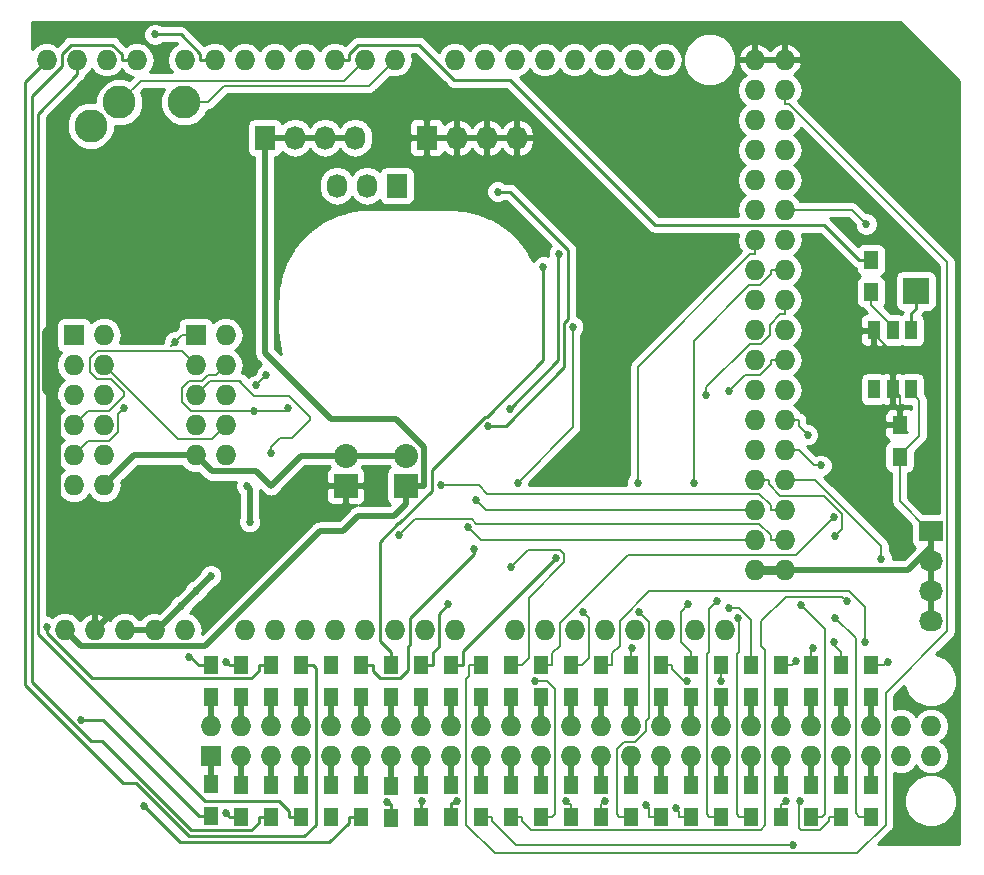
<source format=gtl>
G04 #@! TF.GenerationSoftware,KiCad,Pcbnew,5.0.0-rc2*
G04 #@! TF.CreationDate,2018-12-17T23:44:03-05:00*
G04 #@! TF.ProjectId,ZMHW_Map,5A4D48575F4D61702E6B696361645F70,rev?*
G04 #@! TF.SameCoordinates,Original*
G04 #@! TF.FileFunction,Copper,L1,Top,Signal*
G04 #@! TF.FilePolarity,Positive*
%FSLAX46Y46*%
G04 Gerber Fmt 4.6, Leading zero omitted, Abs format (unit mm)*
G04 Created by KiCad (PCBNEW 5.0.0-rc2) date Mon Dec 17 23:44:03 2018*
%MOMM*%
%LPD*%
G01*
G04 APERTURE LIST*
G04 #@! TA.AperFunction,ComponentPad*
%ADD10O,1.727200X2.032000*%
G04 #@! TD*
G04 #@! TA.AperFunction,ComponentPad*
%ADD11R,1.727200X2.032000*%
G04 #@! TD*
G04 #@! TA.AperFunction,ComponentPad*
%ADD12O,1.727200X1.727200*%
G04 #@! TD*
G04 #@! TA.AperFunction,ComponentPad*
%ADD13R,1.727200X1.727200*%
G04 #@! TD*
G04 #@! TA.AperFunction,ComponentPad*
%ADD14R,2.032000X2.032000*%
G04 #@! TD*
G04 #@! TA.AperFunction,ComponentPad*
%ADD15O,2.032000X2.032000*%
G04 #@! TD*
G04 #@! TA.AperFunction,SMDPad,CuDef*
%ADD16R,1.300000X1.500000*%
G04 #@! TD*
G04 #@! TA.AperFunction,ComponentPad*
%ADD17C,2.800000*%
G04 #@! TD*
G04 #@! TA.AperFunction,ComponentPad*
%ADD18R,2.032000X1.727200*%
G04 #@! TD*
G04 #@! TA.AperFunction,ComponentPad*
%ADD19O,2.032000X1.727200*%
G04 #@! TD*
G04 #@! TA.AperFunction,SMDPad,CuDef*
%ADD20R,1.000000X1.600000*%
G04 #@! TD*
G04 #@! TA.AperFunction,ComponentPad*
%ADD21R,2.235200X2.235200*%
G04 #@! TD*
G04 #@! TA.AperFunction,ViaPad*
%ADD22C,0.685800*%
G04 #@! TD*
G04 #@! TA.AperFunction,Conductor*
%ADD23C,0.152400*%
G04 #@! TD*
G04 #@! TA.AperFunction,Conductor*
%ADD24C,0.508000*%
G04 #@! TD*
G04 #@! TA.AperFunction,Conductor*
%ADD25C,0.762000*%
G04 #@! TD*
G04 #@! TA.AperFunction,Conductor*
%ADD26C,0.254000*%
G04 #@! TD*
G04 APERTURE END LIST*
D10*
G04 #@! TO.P,LS1,3*
G04 #@! TO.N,Net-(LS1-Pad2)*
X175768000Y-43180000D03*
G04 #@! TO.P,LS1,2*
G04 #@! TO.N,GND*
X178308000Y-43180000D03*
D11*
G04 #@! TO.P,LS1,1*
X180848000Y-43180000D03*
G04 #@! TD*
D12*
G04 #@! TO.P,XA1,GND6*
G04 #@! TO.N,GND*
X213689000Y-75687500D03*
G04 #@! TO.P,XA1,GND5*
X211149000Y-75687500D03*
G04 #@! TO.P,XA1,D53*
G04 #@! TO.N,CS*
X213689000Y-73147500D03*
G04 #@! TO.P,XA1,D52*
G04 #@! TO.N,SCK*
X211149000Y-73147500D03*
G04 #@! TO.P,XA1,D51*
G04 #@! TO.N,MOSI*
X213689000Y-70607500D03*
G04 #@! TO.P,XA1,D50*
G04 #@! TO.N,MISO*
X211149000Y-70607500D03*
G04 #@! TO.P,XA1,D49*
G04 #@! TO.N,/D49*
X213689000Y-68067500D03*
G04 #@! TO.P,XA1,D48*
G04 #@! TO.N,/D48*
X211149000Y-68067500D03*
G04 #@! TO.P,XA1,D47*
G04 #@! TO.N,/D47*
X213689000Y-65527500D03*
G04 #@! TO.P,XA1,D46*
G04 #@! TO.N,/D46*
X211149000Y-65527500D03*
G04 #@! TO.P,XA1,D45*
G04 #@! TO.N,/D45*
X213689000Y-62987500D03*
G04 #@! TO.P,XA1,D44*
G04 #@! TO.N,/D44*
X211149000Y-62987500D03*
G04 #@! TO.P,XA1,D43*
G04 #@! TO.N,/D43*
X213689000Y-60447500D03*
G04 #@! TO.P,XA1,D42*
G04 #@! TO.N,/D42*
X211149000Y-60447500D03*
G04 #@! TO.P,XA1,D41*
G04 #@! TO.N,/D41*
X213689000Y-57907500D03*
G04 #@! TO.P,XA1,D40*
G04 #@! TO.N,/D40*
X211149000Y-57907500D03*
G04 #@! TO.P,XA1,D39*
G04 #@! TO.N,/D39*
X213689000Y-55367500D03*
G04 #@! TO.P,XA1,D38*
G04 #@! TO.N,/D38*
X211149000Y-55367500D03*
G04 #@! TO.P,XA1,D37*
G04 #@! TO.N,/D37*
X213689000Y-52827500D03*
G04 #@! TO.P,XA1,D36*
G04 #@! TO.N,/D36*
X211149000Y-52827500D03*
G04 #@! TO.P,XA1,D35*
G04 #@! TO.N,/D35*
X213689000Y-50287500D03*
G04 #@! TO.P,XA1,D34*
G04 #@! TO.N,/D34*
X211149000Y-50287500D03*
G04 #@! TO.P,XA1,D33*
G04 #@! TO.N,/D33*
X213689000Y-47747500D03*
G04 #@! TO.P,XA1,D32*
G04 #@! TO.N,/D32*
X211149000Y-47747500D03*
G04 #@! TO.P,XA1,D31*
G04 #@! TO.N,/D31*
X213689000Y-45207500D03*
G04 #@! TO.P,XA1,D30*
G04 #@! TO.N,/D30*
X211149000Y-45207500D03*
G04 #@! TO.P,XA1,D29*
G04 #@! TO.N,/D29*
X213689000Y-42667500D03*
G04 #@! TO.P,XA1,D28*
G04 #@! TO.N,/D28*
X211149000Y-42667500D03*
G04 #@! TO.P,XA1,D27*
G04 #@! TO.N,/D27*
X213689000Y-40127500D03*
G04 #@! TO.P,XA1,D26*
G04 #@! TO.N,/D26*
X211149000Y-40127500D03*
G04 #@! TO.P,XA1,D25*
G04 #@! TO.N,/D25*
X213689000Y-37587500D03*
G04 #@! TO.P,XA1,D24*
G04 #@! TO.N,/D24*
X211149000Y-37587500D03*
G04 #@! TO.P,XA1,D23*
G04 #@! TO.N,/D23*
X213689000Y-35047500D03*
G04 #@! TO.P,XA1,D22*
G04 #@! TO.N,/D22*
X211149000Y-35047500D03*
G04 #@! TO.P,XA1,5V4*
G04 #@! TO.N,+5V*
X213689000Y-32507500D03*
G04 #@! TO.P,XA1,5V3*
X211149000Y-32507500D03*
G04 #@! TO.P,XA1,A15*
G04 #@! TO.N,Net-(XA1-PadA15)*
X208609000Y-80767500D03*
G04 #@! TO.P,XA1,A14*
G04 #@! TO.N,Net-(XA1-PadA14)*
X206069000Y-80767500D03*
G04 #@! TO.P,XA1,A13*
G04 #@! TO.N,Net-(XA1-PadA13)*
X203529000Y-80767500D03*
G04 #@! TO.P,XA1,A12*
G04 #@! TO.N,Net-(XA1-PadA12)*
X200989000Y-80767500D03*
G04 #@! TO.P,XA1,A11*
G04 #@! TO.N,Net-(XA1-PadA11)*
X198449000Y-80767500D03*
G04 #@! TO.P,XA1,A10*
G04 #@! TO.N,Net-(XA1-PadA10)*
X195909000Y-80767500D03*
G04 #@! TO.P,XA1,A9*
G04 #@! TO.N,Net-(XA1-PadA9)*
X193369000Y-80767500D03*
G04 #@! TO.P,XA1,A8*
G04 #@! TO.N,Net-(XA1-PadA8)*
X190829000Y-80767500D03*
G04 #@! TO.P,XA1,A7*
G04 #@! TO.N,Net-(XA1-PadA7)*
X185749000Y-80767500D03*
G04 #@! TO.P,XA1,A6*
G04 #@! TO.N,Net-(XA1-PadA6)*
X183209000Y-80767500D03*
G04 #@! TO.P,XA1,A5*
G04 #@! TO.N,Net-(XA1-PadA5)*
X180669000Y-80767500D03*
G04 #@! TO.P,XA1,A4*
G04 #@! TO.N,Net-(XA1-PadA4)*
X178129000Y-80767500D03*
G04 #@! TO.P,XA1,A3*
G04 #@! TO.N,Net-(XA1-PadA3)*
X175589000Y-80767500D03*
G04 #@! TO.P,XA1,A2*
G04 #@! TO.N,Net-(XA1-PadA2)*
X173049000Y-80767500D03*
G04 #@! TO.P,XA1,A1*
G04 #@! TO.N,Net-(XA1-PadA1)*
X170509000Y-80767500D03*
G04 #@! TO.P,XA1,D11*
G04 #@! TO.N,/D11*
X151205000Y-32507500D03*
G04 #@! TO.P,XA1,D10*
G04 #@! TO.N,/D10*
X153745000Y-32507500D03*
G04 #@! TO.P,XA1,D9*
G04 #@! TO.N,/D9*
X156285000Y-32507500D03*
G04 #@! TO.P,XA1,D8*
G04 #@! TO.N,/D8*
X158825000Y-32507500D03*
G04 #@! TO.P,XA1,D7*
G04 #@! TO.N,/D7*
X162889000Y-32507500D03*
G04 #@! TO.P,XA1,D6*
G04 #@! TO.N,/D6*
X165429000Y-32507500D03*
G04 #@! TO.P,XA1,D5*
G04 #@! TO.N,/D5*
X167969000Y-32507500D03*
G04 #@! TO.P,XA1,D4*
G04 #@! TO.N,/D4*
X170509000Y-32507500D03*
G04 #@! TO.P,XA1,D3*
G04 #@! TO.N,Net-(LS1-Pad2)*
X173049000Y-32507500D03*
G04 #@! TO.P,XA1,D2*
G04 #@! TO.N,/D2*
X175589000Y-32507500D03*
G04 #@! TO.P,XA1,D1*
G04 #@! TO.N,Net-(J1-Pad1)*
X178129000Y-32507500D03*
G04 #@! TO.P,XA1,D0*
G04 #@! TO.N,Net-(J1-Pad2)*
X180669000Y-32507500D03*
G04 #@! TO.P,XA1,D14*
G04 #@! TO.N,/D14*
X185749000Y-32507500D03*
G04 #@! TO.P,XA1,D15*
G04 #@! TO.N,/D15*
X188289000Y-32507500D03*
G04 #@! TO.P,XA1,D16*
G04 #@! TO.N,/D16*
X190829000Y-32507500D03*
G04 #@! TO.P,XA1,D17*
G04 #@! TO.N,/D17*
X193369000Y-32507500D03*
G04 #@! TO.P,XA1,D18*
G04 #@! TO.N,/D18*
X195909000Y-32507500D03*
G04 #@! TO.P,XA1,D19*
G04 #@! TO.N,/D19*
X198449000Y-32507500D03*
G04 #@! TO.P,XA1,D20*
G04 #@! TO.N,/D20*
X200989000Y-32507500D03*
G04 #@! TO.P,XA1,D21*
G04 #@! TO.N,/D21*
X203529000Y-32507500D03*
G04 #@! TO.P,XA1,3V3*
G04 #@! TO.N,+3V3*
X152729000Y-80767500D03*
G04 #@! TO.P,XA1,5V1*
G04 #@! TO.N,+5V*
X155269000Y-80767500D03*
G04 #@! TO.P,XA1,GND2*
G04 #@! TO.N,GND*
X157809000Y-80767500D03*
G04 #@! TO.P,XA1,GND3*
X160349000Y-80767500D03*
G04 #@! TO.P,XA1,VIN*
G04 #@! TO.N,Net-(XA1-PadVIN)*
X162889000Y-80767500D03*
G04 #@! TO.P,XA1,A0*
G04 #@! TO.N,Net-(XA1-PadA0)*
X167969000Y-80767500D03*
G04 #@! TD*
D13*
G04 #@! TO.P,P7,1*
G04 #@! TO.N,GND*
X153498000Y-55811500D03*
D12*
G04 #@! TO.P,P7,2*
G04 #@! TO.N,/ENC28J60/Q3*
X156038000Y-55811500D03*
G04 #@! TO.P,P7,3*
G04 #@! TO.N,CS*
X153498000Y-58351500D03*
G04 #@! TO.P,P7,4*
G04 #@! TO.N,/ENC28J60/RSTENC*
X156038000Y-58351500D03*
G04 #@! TO.P,P7,5*
G04 #@! TO.N,MOSI*
X153498000Y-60891500D03*
G04 #@! TO.P,P7,6*
G04 #@! TO.N,SCK*
X156038000Y-60891500D03*
G04 #@! TO.P,P7,7*
G04 #@! TO.N,/ENC28J60/WOL*
X153498000Y-63431500D03*
G04 #@! TO.P,P7,8*
G04 #@! TO.N,MISO*
X156038000Y-63431500D03*
G04 #@! TO.P,P7,9*
G04 #@! TO.N,/ENC28J60/CLKOUT*
X153498000Y-65971500D03*
G04 #@! TO.P,P7,10*
G04 #@! TO.N,/ENC28J60/INT*
X156038000Y-65971500D03*
G04 #@! TO.P,P7,11*
G04 #@! TO.N,GND*
X153498000Y-68511500D03*
G04 #@! TO.P,P7,12*
G04 #@! TO.N,/ENC28J60/VCC_Branch*
X156038000Y-68511500D03*
G04 #@! TD*
D11*
G04 #@! TO.P,P1,1*
G04 #@! TO.N,+5V*
X183388000Y-39116000D03*
D10*
G04 #@! TO.P,P1,2*
X185928000Y-39116000D03*
G04 #@! TO.P,P1,3*
X188468000Y-39116000D03*
G04 #@! TO.P,P1,4*
X191008000Y-39116000D03*
G04 #@! TD*
D11*
G04 #@! TO.P,P3,1*
G04 #@! TO.N,+3V3*
X169672000Y-39116000D03*
D10*
G04 #@! TO.P,P3,2*
X172212000Y-39116000D03*
G04 #@! TO.P,P3,3*
X174752000Y-39116000D03*
G04 #@! TO.P,P3,4*
X177292000Y-39116000D03*
G04 #@! TD*
D14*
G04 #@! TO.P,P4,1*
G04 #@! TO.N,+3V3*
X181610000Y-68580000D03*
D15*
G04 #@! TO.P,P4,2*
G04 #@! TO.N,/ENC28J60/VCC_Branch*
X181610000Y-66040000D03*
G04 #@! TD*
G04 #@! TO.P,P5,2*
G04 #@! TO.N,/ENC28J60/VCC_Branch*
X176530000Y-66040000D03*
D14*
G04 #@! TO.P,P5,1*
G04 #@! TO.N,+5V*
X176530000Y-68580000D03*
G04 #@! TD*
D13*
G04 #@! TO.P,P6,1*
G04 #@! TO.N,/ENC28J60/CLKOUT*
X163818000Y-55811500D03*
D12*
G04 #@! TO.P,P6,2*
G04 #@! TO.N,/ENC28J60/INT*
X166358000Y-55811500D03*
G04 #@! TO.P,P6,3*
G04 #@! TO.N,/ENC28J60/WOL*
X163818000Y-58351500D03*
G04 #@! TO.P,P6,4*
G04 #@! TO.N,MISO*
X166358000Y-58351500D03*
G04 #@! TO.P,P6,5*
G04 #@! TO.N,MOSI*
X163818000Y-60891500D03*
G04 #@! TO.P,P6,6*
G04 #@! TO.N,SCK*
X166358000Y-60891500D03*
G04 #@! TO.P,P6,7*
G04 #@! TO.N,CS*
X163818000Y-63431500D03*
G04 #@! TO.P,P6,8*
G04 #@! TO.N,/ENC28J60/RSTENC*
X166358000Y-63431500D03*
G04 #@! TO.P,P6,9*
G04 #@! TO.N,/ENC28J60/VCC_Branch*
X163818000Y-65971500D03*
G04 #@! TO.P,P6,10*
G04 #@! TO.N,GND*
X166358000Y-65971500D03*
G04 #@! TD*
D16*
G04 #@! TO.P,R1,1*
G04 #@! TO.N,Net-(P8-Pad3)*
X167640000Y-93900000D03*
G04 #@! TO.P,R1,2*
G04 #@! TO.N,/D6*
X167640000Y-96600000D03*
G04 #@! TD*
G04 #@! TO.P,R2,2*
G04 #@! TO.N,/D8*
X170180000Y-96600000D03*
G04 #@! TO.P,R2,1*
G04 #@! TO.N,Net-(P8-Pad5)*
X170180000Y-93900000D03*
G04 #@! TD*
G04 #@! TO.P,R3,1*
G04 #@! TO.N,Net-(P8-Pad7)*
X172720000Y-93900000D03*
G04 #@! TO.P,R3,2*
G04 #@! TO.N,/D10*
X172720000Y-96600000D03*
G04 #@! TD*
G04 #@! TO.P,R4,2*
G04 #@! TO.N,/D12*
X175260000Y-96600000D03*
G04 #@! TO.P,R4,1*
G04 #@! TO.N,Net-(P8-Pad9)*
X175260000Y-93900000D03*
G04 #@! TD*
G04 #@! TO.P,R5,1*
G04 #@! TO.N,Net-(P8-Pad11)*
X177800000Y-93900000D03*
G04 #@! TO.P,R5,2*
G04 #@! TO.N,/D14*
X177800000Y-96600000D03*
G04 #@! TD*
G04 #@! TO.P,R6,2*
G04 #@! TO.N,/D16*
X180340000Y-96680000D03*
G04 #@! TO.P,R6,1*
G04 #@! TO.N,Net-(P8-Pad13)*
X180340000Y-93980000D03*
G04 #@! TD*
G04 #@! TO.P,R7,1*
G04 #@! TO.N,Net-(P8-Pad15)*
X182880000Y-93900000D03*
G04 #@! TO.P,R7,2*
G04 #@! TO.N,/D18*
X182880000Y-96600000D03*
G04 #@! TD*
G04 #@! TO.P,R8,2*
G04 #@! TO.N,/D20*
X185420000Y-96600000D03*
G04 #@! TO.P,R8,1*
G04 #@! TO.N,Net-(P8-Pad17)*
X185420000Y-93900000D03*
G04 #@! TD*
G04 #@! TO.P,R9,1*
G04 #@! TO.N,Net-(P8-Pad19)*
X187960000Y-93900000D03*
G04 #@! TO.P,R9,2*
G04 #@! TO.N,/D22*
X187960000Y-96600000D03*
G04 #@! TD*
G04 #@! TO.P,R10,1*
G04 #@! TO.N,Net-(P8-Pad21)*
X190500000Y-93900000D03*
G04 #@! TO.P,R10,2*
G04 #@! TO.N,/D24*
X190500000Y-96600000D03*
G04 #@! TD*
G04 #@! TO.P,R11,1*
G04 #@! TO.N,Net-(P8-Pad23)*
X193040000Y-93900000D03*
G04 #@! TO.P,R11,2*
G04 #@! TO.N,/D26*
X193040000Y-96600000D03*
G04 #@! TD*
G04 #@! TO.P,R12,2*
G04 #@! TO.N,/D28*
X195580000Y-96600000D03*
G04 #@! TO.P,R12,1*
G04 #@! TO.N,Net-(P8-Pad25)*
X195580000Y-93900000D03*
G04 #@! TD*
G04 #@! TO.P,R13,1*
G04 #@! TO.N,Net-(P8-Pad27)*
X198120000Y-93900000D03*
G04 #@! TO.P,R13,2*
G04 #@! TO.N,/D30*
X198120000Y-96600000D03*
G04 #@! TD*
G04 #@! TO.P,R14,2*
G04 #@! TO.N,/D32*
X200660000Y-96600000D03*
G04 #@! TO.P,R14,1*
G04 #@! TO.N,Net-(P8-Pad29)*
X200660000Y-93900000D03*
G04 #@! TD*
G04 #@! TO.P,R15,1*
G04 #@! TO.N,Net-(P8-Pad31)*
X203200000Y-93900000D03*
G04 #@! TO.P,R15,2*
G04 #@! TO.N,/D34*
X203200000Y-96600000D03*
G04 #@! TD*
G04 #@! TO.P,R16,2*
G04 #@! TO.N,/D36*
X205740000Y-96600000D03*
G04 #@! TO.P,R16,1*
G04 #@! TO.N,Net-(P8-Pad33)*
X205740000Y-93900000D03*
G04 #@! TD*
G04 #@! TO.P,R17,1*
G04 #@! TO.N,Net-(P8-Pad35)*
X208280000Y-93900000D03*
G04 #@! TO.P,R17,2*
G04 #@! TO.N,/D38*
X208280000Y-96600000D03*
G04 #@! TD*
G04 #@! TO.P,R18,2*
G04 #@! TO.N,/D40*
X210820000Y-96600000D03*
G04 #@! TO.P,R18,1*
G04 #@! TO.N,Net-(P8-Pad37)*
X210820000Y-93900000D03*
G04 #@! TD*
G04 #@! TO.P,R19,1*
G04 #@! TO.N,Net-(P8-Pad39)*
X213360000Y-93900000D03*
G04 #@! TO.P,R19,2*
G04 #@! TO.N,/D42*
X213360000Y-96600000D03*
G04 #@! TD*
G04 #@! TO.P,R20,2*
G04 #@! TO.N,/D44*
X215900000Y-96600000D03*
G04 #@! TO.P,R20,1*
G04 #@! TO.N,Net-(P8-Pad41)*
X215900000Y-93900000D03*
G04 #@! TD*
G04 #@! TO.P,R21,2*
G04 #@! TO.N,/D46*
X218440000Y-96600000D03*
G04 #@! TO.P,R21,1*
G04 #@! TO.N,Net-(P8-Pad43)*
X218440000Y-93900000D03*
G04 #@! TD*
G04 #@! TO.P,R22,1*
G04 #@! TO.N,Net-(P8-Pad45)*
X220980000Y-93900000D03*
G04 #@! TO.P,R22,2*
G04 #@! TO.N,/D48*
X220980000Y-96600000D03*
G04 #@! TD*
G04 #@! TO.P,R23,2*
G04 #@! TO.N,/D5*
X165100000Y-83740000D03*
G04 #@! TO.P,R23,1*
G04 #@! TO.N,Net-(P8-Pad2)*
X165100000Y-86440000D03*
G04 #@! TD*
G04 #@! TO.P,R24,1*
G04 #@! TO.N,Net-(P8-Pad4)*
X167640000Y-86440000D03*
G04 #@! TO.P,R24,2*
G04 #@! TO.N,/D7*
X167640000Y-83740000D03*
G04 #@! TD*
G04 #@! TO.P,R25,2*
G04 #@! TO.N,/D9*
X170180000Y-83740000D03*
G04 #@! TO.P,R25,1*
G04 #@! TO.N,Net-(P8-Pad6)*
X170180000Y-86440000D03*
G04 #@! TD*
G04 #@! TO.P,R26,2*
G04 #@! TO.N,/D11*
X172720000Y-83740000D03*
G04 #@! TO.P,R26,1*
G04 #@! TO.N,Net-(P8-Pad8)*
X172720000Y-86440000D03*
G04 #@! TD*
G04 #@! TO.P,R27,1*
G04 #@! TO.N,Net-(P8-Pad10)*
X175260000Y-86440000D03*
G04 #@! TO.P,R27,2*
G04 #@! TO.N,/D13*
X175260000Y-83740000D03*
G04 #@! TD*
G04 #@! TO.P,R28,2*
G04 #@! TO.N,/D4*
X165100000Y-96520000D03*
G04 #@! TO.P,R28,1*
G04 #@! TO.N,Net-(P8-Pad1)*
X165100000Y-93820000D03*
G04 #@! TD*
D17*
G04 #@! TO.P,J1,S*
G04 #@! TO.N,N/C*
X154940000Y-38100000D03*
G04 #@! TO.P,J1,T*
X157340000Y-36100000D03*
G04 #@! TO.P,J1,R*
X162840000Y-36100000D03*
G04 #@! TD*
D13*
G04 #@! TO.P,P8,1*
G04 #@! TO.N,Net-(P8-Pad1)*
X165100000Y-91440000D03*
D12*
G04 #@! TO.P,P8,2*
G04 #@! TO.N,Net-(P8-Pad2)*
X165100000Y-88900000D03*
G04 #@! TO.P,P8,3*
G04 #@! TO.N,Net-(P8-Pad3)*
X167640000Y-91440000D03*
G04 #@! TO.P,P8,4*
G04 #@! TO.N,Net-(P8-Pad4)*
X167640000Y-88900000D03*
G04 #@! TO.P,P8,5*
G04 #@! TO.N,Net-(P8-Pad5)*
X170180000Y-91440000D03*
G04 #@! TO.P,P8,6*
G04 #@! TO.N,Net-(P8-Pad6)*
X170180000Y-88900000D03*
G04 #@! TO.P,P8,7*
G04 #@! TO.N,Net-(P8-Pad7)*
X172720000Y-91440000D03*
G04 #@! TO.P,P8,8*
G04 #@! TO.N,Net-(P8-Pad8)*
X172720000Y-88900000D03*
G04 #@! TO.P,P8,9*
G04 #@! TO.N,Net-(P8-Pad9)*
X175260000Y-91440000D03*
G04 #@! TO.P,P8,10*
G04 #@! TO.N,Net-(P8-Pad10)*
X175260000Y-88900000D03*
G04 #@! TO.P,P8,11*
G04 #@! TO.N,Net-(P8-Pad11)*
X177800000Y-91440000D03*
G04 #@! TO.P,P8,12*
G04 #@! TO.N,Net-(P8-Pad12)*
X177800000Y-88900000D03*
G04 #@! TO.P,P8,13*
G04 #@! TO.N,Net-(P8-Pad13)*
X180340000Y-91440000D03*
G04 #@! TO.P,P8,14*
G04 #@! TO.N,Net-(P8-Pad14)*
X180340000Y-88900000D03*
G04 #@! TO.P,P8,15*
G04 #@! TO.N,Net-(P8-Pad15)*
X182880000Y-91440000D03*
G04 #@! TO.P,P8,16*
G04 #@! TO.N,Net-(P8-Pad16)*
X182880000Y-88900000D03*
G04 #@! TO.P,P8,17*
G04 #@! TO.N,Net-(P8-Pad17)*
X185420000Y-91440000D03*
G04 #@! TO.P,P8,18*
G04 #@! TO.N,Net-(P8-Pad18)*
X185420000Y-88900000D03*
G04 #@! TO.P,P8,19*
G04 #@! TO.N,Net-(P8-Pad19)*
X187960000Y-91440000D03*
G04 #@! TO.P,P8,20*
G04 #@! TO.N,Net-(P8-Pad20)*
X187960000Y-88900000D03*
G04 #@! TO.P,P8,21*
G04 #@! TO.N,Net-(P8-Pad21)*
X190500000Y-91440000D03*
G04 #@! TO.P,P8,22*
G04 #@! TO.N,Net-(P8-Pad22)*
X190500000Y-88900000D03*
G04 #@! TO.P,P8,23*
G04 #@! TO.N,Net-(P8-Pad23)*
X193040000Y-91440000D03*
G04 #@! TO.P,P8,24*
G04 #@! TO.N,Net-(P8-Pad24)*
X193040000Y-88900000D03*
G04 #@! TO.P,P8,25*
G04 #@! TO.N,Net-(P8-Pad25)*
X195580000Y-91440000D03*
G04 #@! TO.P,P8,26*
G04 #@! TO.N,Net-(P8-Pad26)*
X195580000Y-88900000D03*
G04 #@! TO.P,P8,27*
G04 #@! TO.N,Net-(P8-Pad27)*
X198120000Y-91440000D03*
G04 #@! TO.P,P8,28*
G04 #@! TO.N,Net-(P8-Pad28)*
X198120000Y-88900000D03*
G04 #@! TO.P,P8,29*
G04 #@! TO.N,Net-(P8-Pad29)*
X200660000Y-91440000D03*
G04 #@! TO.P,P8,30*
G04 #@! TO.N,Net-(P8-Pad30)*
X200660000Y-88900000D03*
G04 #@! TO.P,P8,31*
G04 #@! TO.N,Net-(P8-Pad31)*
X203200000Y-91440000D03*
G04 #@! TO.P,P8,32*
G04 #@! TO.N,Net-(P8-Pad32)*
X203200000Y-88900000D03*
G04 #@! TO.P,P8,33*
G04 #@! TO.N,Net-(P8-Pad33)*
X205740000Y-91440000D03*
G04 #@! TO.P,P8,34*
G04 #@! TO.N,Net-(P8-Pad34)*
X205740000Y-88900000D03*
G04 #@! TO.P,P8,35*
G04 #@! TO.N,Net-(P8-Pad35)*
X208280000Y-91440000D03*
G04 #@! TO.P,P8,36*
G04 #@! TO.N,Net-(P8-Pad36)*
X208280000Y-88900000D03*
G04 #@! TO.P,P8,37*
G04 #@! TO.N,Net-(P8-Pad37)*
X210820000Y-91440000D03*
G04 #@! TO.P,P8,38*
G04 #@! TO.N,Net-(P8-Pad38)*
X210820000Y-88900000D03*
G04 #@! TO.P,P8,39*
G04 #@! TO.N,Net-(P8-Pad39)*
X213360000Y-91440000D03*
G04 #@! TO.P,P8,40*
G04 #@! TO.N,Net-(P8-Pad40)*
X213360000Y-88900000D03*
G04 #@! TO.P,P8,41*
G04 #@! TO.N,Net-(P8-Pad41)*
X215900000Y-91440000D03*
G04 #@! TO.P,P8,42*
G04 #@! TO.N,Net-(P8-Pad42)*
X215900000Y-88900000D03*
G04 #@! TO.P,P8,43*
G04 #@! TO.N,Net-(P8-Pad43)*
X218440000Y-91440000D03*
G04 #@! TO.P,P8,44*
G04 #@! TO.N,Net-(P8-Pad44)*
X218440000Y-88900000D03*
G04 #@! TO.P,P8,45*
G04 #@! TO.N,Net-(P8-Pad45)*
X220980000Y-91440000D03*
G04 #@! TO.P,P8,46*
G04 #@! TO.N,Net-(P8-Pad46)*
X220980000Y-88900000D03*
G04 #@! TO.P,P8,47*
G04 #@! TO.N,Net-(P8-Pad47)*
X223520000Y-91440000D03*
G04 #@! TO.P,P8,48*
G04 #@! TO.N,Net-(P8-Pad48)*
X223520000Y-88900000D03*
G04 #@! TO.P,P8,49*
G04 #@! TO.N,Net-(P8-Pad49)*
X226060000Y-91440000D03*
G04 #@! TO.P,P8,50*
G04 #@! TO.N,Net-(P8-Pad50)*
X226060000Y-88900000D03*
G04 #@! TD*
D18*
G04 #@! TO.P,P9,1*
G04 #@! TO.N,GND*
X226060000Y-72390000D03*
D19*
G04 #@! TO.P,P9,2*
X226060000Y-74930000D03*
G04 #@! TO.P,P9,3*
X226060000Y-77470000D03*
G04 #@! TO.P,P9,4*
X226060000Y-80010000D03*
G04 #@! TD*
D16*
G04 #@! TO.P,R29,1*
G04 #@! TO.N,Net-(P8-Pad12)*
X177800000Y-86440000D03*
G04 #@! TO.P,R29,2*
G04 #@! TO.N,/D15*
X177800000Y-83740000D03*
G04 #@! TD*
G04 #@! TO.P,R30,2*
G04 #@! TO.N,/D17*
X180340000Y-83740000D03*
G04 #@! TO.P,R30,1*
G04 #@! TO.N,Net-(P8-Pad14)*
X180340000Y-86440000D03*
G04 #@! TD*
G04 #@! TO.P,R31,1*
G04 #@! TO.N,Net-(P8-Pad16)*
X182880000Y-86440000D03*
G04 #@! TO.P,R31,2*
G04 #@! TO.N,/D19*
X182880000Y-83740000D03*
G04 #@! TD*
G04 #@! TO.P,R32,2*
G04 #@! TO.N,/D21*
X185420000Y-83740000D03*
G04 #@! TO.P,R32,1*
G04 #@! TO.N,Net-(P8-Pad18)*
X185420000Y-86440000D03*
G04 #@! TD*
G04 #@! TO.P,R33,1*
G04 #@! TO.N,Net-(P8-Pad20)*
X187960000Y-86440000D03*
G04 #@! TO.P,R33,2*
G04 #@! TO.N,/D23*
X187960000Y-83740000D03*
G04 #@! TD*
G04 #@! TO.P,R34,2*
G04 #@! TO.N,/D25*
X190500000Y-83740000D03*
G04 #@! TO.P,R34,1*
G04 #@! TO.N,Net-(P8-Pad22)*
X190500000Y-86440000D03*
G04 #@! TD*
G04 #@! TO.P,R35,1*
G04 #@! TO.N,Net-(P8-Pad24)*
X193040000Y-86440000D03*
G04 #@! TO.P,R35,2*
G04 #@! TO.N,/D27*
X193040000Y-83740000D03*
G04 #@! TD*
G04 #@! TO.P,R36,2*
G04 #@! TO.N,/D29*
X195580000Y-83740000D03*
G04 #@! TO.P,R36,1*
G04 #@! TO.N,Net-(P8-Pad26)*
X195580000Y-86440000D03*
G04 #@! TD*
G04 #@! TO.P,R37,1*
G04 #@! TO.N,Net-(P8-Pad28)*
X198120000Y-86440000D03*
G04 #@! TO.P,R37,2*
G04 #@! TO.N,/D31*
X198120000Y-83740000D03*
G04 #@! TD*
G04 #@! TO.P,R38,1*
G04 #@! TO.N,Net-(P8-Pad30)*
X200660000Y-86440000D03*
G04 #@! TO.P,R38,2*
G04 #@! TO.N,/D33*
X200660000Y-83740000D03*
G04 #@! TD*
G04 #@! TO.P,R39,2*
G04 #@! TO.N,/D35*
X203200000Y-83740000D03*
G04 #@! TO.P,R39,1*
G04 #@! TO.N,Net-(P8-Pad32)*
X203200000Y-86440000D03*
G04 #@! TD*
G04 #@! TO.P,R40,1*
G04 #@! TO.N,Net-(P8-Pad34)*
X205740000Y-86440000D03*
G04 #@! TO.P,R40,2*
G04 #@! TO.N,/D37*
X205740000Y-83740000D03*
G04 #@! TD*
G04 #@! TO.P,R41,2*
G04 #@! TO.N,/D39*
X208280000Y-83740000D03*
G04 #@! TO.P,R41,1*
G04 #@! TO.N,Net-(P8-Pad36)*
X208280000Y-86440000D03*
G04 #@! TD*
G04 #@! TO.P,R42,1*
G04 #@! TO.N,Net-(P8-Pad38)*
X210820000Y-86440000D03*
G04 #@! TO.P,R42,2*
G04 #@! TO.N,/D41*
X210820000Y-83740000D03*
G04 #@! TD*
G04 #@! TO.P,R43,2*
G04 #@! TO.N,/D43*
X213360000Y-83740000D03*
G04 #@! TO.P,R43,1*
G04 #@! TO.N,Net-(P8-Pad40)*
X213360000Y-86440000D03*
G04 #@! TD*
G04 #@! TO.P,R44,1*
G04 #@! TO.N,Net-(P8-Pad42)*
X215900000Y-86440000D03*
G04 #@! TO.P,R44,2*
G04 #@! TO.N,/D45*
X215900000Y-83740000D03*
G04 #@! TD*
G04 #@! TO.P,R45,2*
G04 #@! TO.N,/D47*
X218440000Y-83740000D03*
G04 #@! TO.P,R45,1*
G04 #@! TO.N,Net-(P8-Pad44)*
X218440000Y-86440000D03*
G04 #@! TD*
G04 #@! TO.P,R46,2*
G04 #@! TO.N,/D49*
X220980000Y-83740000D03*
G04 #@! TO.P,R46,1*
G04 #@! TO.N,Net-(P8-Pad46)*
X220980000Y-86440000D03*
G04 #@! TD*
G04 #@! TO.P,C1,1*
G04 #@! TO.N,+5V*
X223419605Y-63402907D03*
G04 #@! TO.P,C1,2*
G04 #@! TO.N,GND*
X223419605Y-66102907D03*
G04 #@! TD*
D20*
G04 #@! TO.P,LED1,4*
G04 #@! TO.N,N/C*
X221218000Y-60399000D03*
G04 #@! TO.P,LED1,5*
G04 #@! TO.N,+5V*
X222818000Y-60399000D03*
G04 #@! TO.P,LED1,6*
G04 #@! TO.N,GND*
X224418000Y-60399000D03*
G04 #@! TO.P,LED1,3*
G04 #@! TO.N,+5V*
X221218000Y-55399000D03*
G04 #@! TO.P,LED1,2*
G04 #@! TO.N,Net-(LED1-Pad2)*
X222818000Y-55399000D03*
G04 #@! TO.P,LED1,1*
G04 #@! TO.N,/filesksksdlf/RGBDATAOUT*
X224418000Y-55399000D03*
G04 #@! TD*
D21*
G04 #@! TO.P,P10,1*
G04 #@! TO.N,/filesksksdlf/RGBDATAOUT*
X224790000Y-52070000D03*
G04 #@! TD*
D16*
G04 #@! TO.P,R47,2*
G04 #@! TO.N,Net-(LED1-Pad2)*
X220980000Y-52150000D03*
G04 #@! TO.P,R47,1*
G04 #@! TO.N,/D2*
X220980000Y-49450000D03*
G04 #@! TD*
D22*
G04 #@! TO.N,+5V*
X225323400Y-44246800D03*
X223647000Y-47396400D03*
G04 #@! TO.N,GND*
X168148000Y-68580000D03*
X168402000Y-71628000D03*
X165100000Y-76200000D03*
X163830000Y-77470000D03*
X162560000Y-78740000D03*
G04 #@! TO.N,CS*
X181061200Y-72702100D03*
X169799000Y-59182000D03*
X168910000Y-60071000D03*
G04 #@! TO.N,SCK*
X186894500Y-72073900D03*
G04 #@! TO.N,MOSI*
X184565600Y-68514500D03*
X170180000Y-65786000D03*
G04 #@! TO.N,MISO*
X187565300Y-69772400D03*
X171636100Y-61988200D03*
X168720000Y-62230000D03*
G04 #@! TO.N,/ENC28J60/CLKOUT*
X162052000Y-56388000D03*
X157734000Y-61976000D03*
G04 #@! TO.N,/D22*
X214404700Y-98973400D03*
G04 #@! TO.N,/D24*
X218920700Y-78304100D03*
G04 #@! TO.N,/D25*
X195751800Y-55103600D03*
X191075900Y-68309700D03*
X190524000Y-75464900D03*
G04 #@! TO.N,/D26*
X192507500Y-85090000D03*
G04 #@! TO.N,/D27*
X217881800Y-71246900D03*
G04 #@! TO.N,/D28*
X195173200Y-95250000D03*
G04 #@! TO.N,/D29*
X196598700Y-79284400D03*
G04 #@! TO.N,/D30*
X198442500Y-95250000D03*
G04 #@! TO.N,/D31*
X220580300Y-46411800D03*
X220464900Y-81811200D03*
G04 #@! TO.N,/D32*
X201237900Y-68309700D03*
X201388300Y-79271000D03*
G04 #@! TO.N,/D33*
X200787700Y-82310500D03*
G04 #@! TO.N,/D34*
X201930000Y-95586900D03*
G04 #@! TO.N,/D35*
X205977600Y-68309700D03*
X205375600Y-85090000D03*
G04 #@! TO.N,/D36*
X204470000Y-95890200D03*
G04 #@! TO.N,/D37*
X207061900Y-60879200D03*
X205508400Y-78618300D03*
G04 #@! TO.N,/D38*
X207974600Y-78293000D03*
G04 #@! TO.N,/D39*
X208327200Y-85090000D03*
G04 #@! TO.N,/D40*
X209700100Y-79764300D03*
G04 #@! TO.N,/D41*
X208945700Y-60580700D03*
X208945700Y-78909000D03*
G04 #@! TO.N,/D42*
X213774400Y-95250000D03*
G04 #@! TO.N,/D43*
X214646800Y-83444200D03*
G04 #@! TO.N,/D44*
X215074900Y-78655700D03*
G04 #@! TO.N,/D45*
X215617600Y-64266900D03*
X216107300Y-82342700D03*
G04 #@! TO.N,/D46*
X214947400Y-95241300D03*
G04 #@! TO.N,/D47*
X216762600Y-66845100D03*
X217859900Y-81806200D03*
G04 #@! TO.N,/D48*
X217954100Y-72856800D03*
X217957000Y-79735200D03*
G04 #@! TO.N,/D49*
X221860600Y-74733300D03*
X222405000Y-83461000D03*
G04 #@! TO.N,/D6*
X160372500Y-30363800D03*
X166370000Y-96264200D03*
G04 #@! TO.N,/D14*
X159447000Y-95705700D03*
G04 #@! TO.N,/D16*
X180017500Y-95330000D03*
G04 #@! TO.N,/D18*
X182985000Y-95250000D03*
G04 #@! TO.N,/D20*
X185952500Y-95250000D03*
G04 #@! TO.N,/D5*
X163260000Y-83043600D03*
G04 #@! TO.N,/D7*
X166370000Y-83461000D03*
G04 #@! TO.N,/D9*
X151212000Y-80521100D03*
G04 #@! TO.N,/D4*
X154130000Y-88381600D03*
G04 #@! TO.N,/D15*
X189373000Y-43668400D03*
X188606100Y-63510500D03*
X187393500Y-73926000D03*
G04 #@! TO.N,/D17*
X193253600Y-50012800D03*
G04 #@! TO.N,/D19*
X194597600Y-48909000D03*
X190397200Y-62077600D03*
X185220500Y-78625300D03*
G04 #@! TO.N,/D21*
X194352900Y-74686600D03*
G04 #@! TD*
D23*
G04 #@! TO.N,Net-(J1-Pad1)*
X178129000Y-32507500D02*
X176347000Y-34290000D01*
X176347000Y-34290000D02*
X159150000Y-34290000D01*
X159150000Y-34290000D02*
X157340000Y-36100000D01*
D24*
G04 #@! TO.N,+5V*
X185928000Y-39116000D02*
X183388000Y-39116000D01*
X188468000Y-39116000D02*
X185928000Y-39116000D01*
X191008000Y-39116000D02*
X188468000Y-39116000D01*
D23*
X224148105Y-64130907D02*
X223419605Y-63402907D01*
D24*
X176530000Y-68580000D02*
X175006000Y-68580000D01*
X176530000Y-68580000D02*
X175006000Y-68580000D01*
X156641000Y-79395900D02*
X156133000Y-79903900D01*
X156133000Y-79903900D02*
X155269000Y-80767500D01*
X175006000Y-68580000D02*
X173047000Y-68580000D01*
X183388000Y-39116000D02*
X182016000Y-39116000D01*
X182016000Y-39116000D02*
X179730000Y-36830000D01*
X179730000Y-36830000D02*
X167640000Y-36830000D01*
X167640000Y-36830000D02*
X166370000Y-38100000D01*
X166370000Y-38100000D02*
X166370000Y-39370000D01*
X166370000Y-39370000D02*
X166028000Y-39712100D01*
X166028000Y-39712100D02*
X166028000Y-40640000D01*
X166028000Y-40640000D02*
X151079000Y-55588700D01*
X151079000Y-55588700D02*
X151079000Y-60502800D01*
X151079000Y-60502800D02*
X152127000Y-61550600D01*
X152127000Y-61550600D02*
X152127000Y-72979900D01*
X152127000Y-72979900D02*
X152840000Y-73693100D01*
X152840000Y-73693100D02*
X152840000Y-75595300D01*
X152840000Y-75595300D02*
X156641000Y-79395900D01*
X156641000Y-79395900D02*
X156824100Y-79395900D01*
X162560000Y-73660000D02*
X167966953Y-73660000D01*
X156824100Y-79395900D02*
X162560000Y-73660000D01*
X173047000Y-68580000D02*
X167966953Y-73660000D01*
D23*
X223419605Y-61000605D02*
X222818000Y-60399000D01*
X223419605Y-63402907D02*
X223419605Y-61000605D01*
X222818000Y-59446600D02*
X222818000Y-60399000D01*
X222818000Y-57299000D02*
X222818000Y-59446600D01*
X221218000Y-55699000D02*
X222818000Y-57299000D01*
X221218000Y-55399000D02*
X221218000Y-55699000D01*
D24*
G04 #@! TO.N,GND*
X226060000Y-74930000D02*
X226060000Y-77470000D01*
X226060000Y-73761600D02*
X226060000Y-74930000D01*
X226060000Y-77470000D02*
X226060000Y-80010000D01*
X226060000Y-72390000D02*
X226060000Y-73761600D01*
D23*
X224790000Y-60770500D02*
X224418000Y-60399000D01*
X226060000Y-72390000D02*
X225908000Y-72390000D01*
X225908000Y-72390000D02*
X224790000Y-71272400D01*
D24*
X213689000Y-75687500D02*
X224134000Y-75687500D01*
X224134000Y-75687500D02*
X226060000Y-73761600D01*
X226060000Y-73761600D02*
X226060000Y-72390000D01*
X168402000Y-71628000D02*
X168402000Y-68834000D01*
X168402000Y-68834000D02*
X168148000Y-68580000D01*
X157809000Y-80767500D02*
X160349000Y-80767500D01*
X163830000Y-77470000D02*
X163830000Y-77470000D01*
X163830000Y-77470000D02*
X163830000Y-77470000D01*
X165100000Y-76200000D02*
X165100000Y-76200000D01*
X160532500Y-80767500D02*
X160349000Y-80767500D01*
X165100000Y-76200000D02*
X162560000Y-78740000D01*
X163830000Y-77470000D02*
X165100000Y-76200000D01*
X162560000Y-78740000D02*
X160532500Y-80767500D01*
D25*
X211149000Y-75687500D02*
X213689000Y-75687500D01*
D23*
X225070400Y-64352112D02*
X223419605Y-66002907D01*
X223419605Y-66002907D02*
X223419605Y-66102907D01*
X225070400Y-61351400D02*
X225070400Y-64352112D01*
X224418000Y-60699000D02*
X225070400Y-61351400D01*
X224418000Y-60399000D02*
X224418000Y-60699000D01*
X225907600Y-72390000D02*
X226060000Y-72390000D01*
X223419605Y-69902005D02*
X225907600Y-72390000D01*
X223419605Y-66102907D02*
X223419605Y-69902005D01*
D24*
G04 #@! TO.N,+3V3*
X181610000Y-68580000D02*
X183134000Y-68580000D01*
X183134000Y-68580000D02*
X183134000Y-65308500D01*
X183134000Y-65308500D02*
X180767000Y-62941200D01*
X180767000Y-62941200D02*
X175275000Y-62941200D01*
X175275000Y-62941200D02*
X169672000Y-57337800D01*
X169672000Y-57337800D02*
X169672000Y-39116000D01*
X152729000Y-80767500D02*
X154101000Y-82139100D01*
X154101000Y-82139100D02*
X164567000Y-82139100D01*
X164567000Y-82139100D02*
X174317000Y-72390000D01*
X174317000Y-72390000D02*
X176276000Y-72390000D01*
X176276000Y-72390000D02*
X177546000Y-71120000D01*
X177546000Y-71120000D02*
X180594000Y-71120000D01*
X180594000Y-71120000D02*
X181610000Y-70104000D01*
X181610000Y-70104000D02*
X181610000Y-68580000D01*
X172212000Y-39116000D02*
X174752000Y-39116000D01*
X169672000Y-39116000D02*
X172212000Y-39116000D01*
X174752000Y-39116000D02*
X177292000Y-39116000D01*
G04 #@! TO.N,/ENC28J60/VCC_Branch*
X163818000Y-65971500D02*
X158578000Y-65971500D01*
X158578000Y-65971500D02*
X156038000Y-68511500D01*
X181610000Y-66040000D02*
X176530000Y-66040000D01*
X176530000Y-66040000D02*
X172720000Y-66040000D01*
X172720000Y-66040000D02*
X170180000Y-68580000D01*
X170180000Y-68580000D02*
X168943000Y-67343100D01*
X168943000Y-67343100D02*
X165190000Y-67343100D01*
X165190000Y-67343100D02*
X163818000Y-65971500D01*
D23*
G04 #@! TO.N,/ENC28J60/RSTENC*
X156038000Y-58351500D02*
X162312000Y-64625300D01*
X162312000Y-64625300D02*
X165164000Y-64625300D01*
X165164000Y-64625300D02*
X165494000Y-64295100D01*
X165494000Y-64295100D02*
X166358000Y-63431500D01*
G04 #@! TO.N,CS*
X212494900Y-73147500D02*
X212494900Y-72776400D01*
X212494900Y-72776400D02*
X211525700Y-71807200D01*
X211525700Y-71807200D02*
X187580200Y-71807200D01*
X187580200Y-71807200D02*
X187173500Y-71400500D01*
X187173500Y-71400500D02*
X182362800Y-71400500D01*
X182362800Y-71400500D02*
X181061200Y-72702100D01*
X213689000Y-73147500D02*
X212494900Y-73147500D01*
X169799000Y-59182000D02*
X169456000Y-59524900D01*
X169456000Y-59524900D02*
X168910000Y-60071000D01*
X168910000Y-60071000D02*
X168783000Y-60198000D01*
G04 #@! TO.N,SCK*
X209954900Y-73147500D02*
X187968100Y-73147500D01*
X187968100Y-73147500D02*
X186894500Y-72073900D01*
X211149000Y-73147500D02*
X209954900Y-73147500D01*
G04 #@! TO.N,MOSI*
X212494900Y-70607500D02*
X212494900Y-70236400D01*
X212494900Y-70236400D02*
X211520200Y-69261700D01*
X211520200Y-69261700D02*
X188515400Y-69261700D01*
X188515400Y-69261700D02*
X187768200Y-68514500D01*
X187768200Y-68514500D02*
X184565600Y-68514500D01*
X213689000Y-70607500D02*
X212494900Y-70607500D01*
X163818000Y-60891500D02*
X165012000Y-59697700D01*
X165012000Y-59697700D02*
X167386000Y-59697700D01*
X167386000Y-59697700D02*
X167521000Y-59697700D01*
X167521000Y-59697700D02*
X167640000Y-59697700D01*
X170180000Y-65786000D02*
X170180000Y-65301100D01*
X170180000Y-65301100D02*
X170942000Y-64539100D01*
X170942000Y-64539100D02*
X171935000Y-64539100D01*
X171935000Y-64539100D02*
X173482000Y-62992000D01*
X173482000Y-62992000D02*
X173482000Y-62738000D01*
X173482000Y-62738000D02*
X171704000Y-60960000D01*
X171704000Y-60960000D02*
X168783000Y-60960000D01*
X168783000Y-60960000D02*
X167521000Y-59697700D01*
X167521000Y-59697700D02*
X167386000Y-59697700D01*
G04 #@! TO.N,MISO*
X211149000Y-70607500D02*
X188400400Y-70607500D01*
X188400400Y-70607500D02*
X187565300Y-69772400D01*
X168720000Y-62230000D02*
X171394300Y-62230000D01*
X171394300Y-62230000D02*
X171636100Y-61988200D01*
X166426000Y-58420000D02*
X166358000Y-58351500D01*
X168720000Y-62230000D02*
X163390000Y-62230000D01*
X163390000Y-62230000D02*
X162624000Y-61464500D01*
X162624000Y-61464500D02*
X162624000Y-60318500D01*
X162624000Y-60318500D02*
X163245000Y-59697700D01*
X163245000Y-59697700D02*
X164391000Y-59697700D01*
X164391000Y-59697700D02*
X164874000Y-59215100D01*
X164874000Y-59215100D02*
X165494000Y-59215100D01*
X165494000Y-59215100D02*
X166358000Y-58351500D01*
G04 #@! TO.N,/ENC28J60/WOL*
X163818000Y-58351500D02*
X162624000Y-57157700D01*
X162624000Y-57157700D02*
X155465000Y-57157700D01*
X155465000Y-57157700D02*
X154844000Y-57778500D01*
X154844000Y-57778500D02*
X154844000Y-58924500D01*
X154844000Y-58924500D02*
X155465000Y-59545300D01*
X155465000Y-59545300D02*
X156611000Y-59545300D01*
X156611000Y-59545300D02*
X157734000Y-60668300D01*
X157734000Y-60668300D02*
X157734000Y-60962300D01*
X157734000Y-60962300D02*
X156459000Y-62237700D01*
X156459000Y-62237700D02*
X154692000Y-62237700D01*
X154692000Y-62237700D02*
X154362000Y-62567900D01*
X154362000Y-62567900D02*
X153498000Y-63431500D01*
G04 #@! TO.N,/ENC28J60/CLKOUT*
X157734000Y-61976000D02*
X157232000Y-62478200D01*
X157232000Y-62478200D02*
X157232000Y-64004500D01*
X157232000Y-64004500D02*
X156459000Y-64777700D01*
X156459000Y-64777700D02*
X154692000Y-64777700D01*
X154692000Y-64777700D02*
X154362000Y-65107900D01*
X154362000Y-65107900D02*
X153498000Y-65971500D01*
X163818000Y-55811500D02*
X162628000Y-55811500D01*
X162628000Y-55811500D02*
X162052000Y-56388000D01*
X162052000Y-56388000D02*
X161689000Y-56751300D01*
G04 #@! TO.N,/D22*
X188940500Y-96600000D02*
X188940500Y-96967700D01*
X188940500Y-96967700D02*
X190946200Y-98973400D01*
X190946200Y-98973400D02*
X214404700Y-98973400D01*
X187960000Y-96600000D02*
X188940500Y-96600000D01*
G04 #@! TO.N,/D23*
X213689000Y-35047500D02*
X213689000Y-36241600D01*
X187960000Y-83740000D02*
X186979500Y-83740000D01*
X186979500Y-83740000D02*
X186979500Y-84720500D01*
X186979500Y-84720500D02*
X186730400Y-84969600D01*
X186730400Y-84969600D02*
X186730400Y-97259000D01*
X186730400Y-97259000D02*
X189159000Y-99687600D01*
X189159000Y-99687600D02*
X219820600Y-99687600D01*
X219820600Y-99687600D02*
X222250000Y-97258200D01*
X222250000Y-97258200D02*
X222250000Y-86098000D01*
X222250000Y-86098000D02*
X227459300Y-80888700D01*
X227459300Y-80888700D02*
X227459300Y-49640800D01*
X227459300Y-49640800D02*
X214060100Y-36241600D01*
X214060100Y-36241600D02*
X213689000Y-36241600D01*
G04 #@! TO.N,/D24*
X191480500Y-96600000D02*
X191480500Y-96967700D01*
X191480500Y-96967700D02*
X192194300Y-97681500D01*
X192194300Y-97681500D02*
X211678300Y-97681500D01*
X211678300Y-97681500D02*
X212023800Y-97336000D01*
X212023800Y-97336000D02*
X212023800Y-82483900D01*
X212023800Y-82483900D02*
X211713600Y-82173700D01*
X211713600Y-82173700D02*
X211713600Y-80008700D01*
X211713600Y-80008700D02*
X213766200Y-77956100D01*
X213766200Y-77956100D02*
X218572700Y-77956100D01*
X218572700Y-77956100D02*
X218920700Y-78304100D01*
X190500000Y-96600000D02*
X191480500Y-96600000D01*
G04 #@! TO.N,/D25*
X190500000Y-83740000D02*
X191480500Y-83740000D01*
X191075900Y-68309700D02*
X195751800Y-63633800D01*
X195751800Y-63633800D02*
X195751800Y-55103600D01*
X191480500Y-83740000D02*
X192023200Y-83197300D01*
X192023200Y-83197300D02*
X192023200Y-78047200D01*
X192023200Y-78047200D02*
X195028600Y-75041800D01*
X195028600Y-75041800D02*
X195028600Y-74389000D01*
X195028600Y-74389000D02*
X194652000Y-74012400D01*
X194652000Y-74012400D02*
X191976500Y-74012400D01*
X191976500Y-74012400D02*
X190524000Y-75464900D01*
G04 #@! TO.N,/D26*
X193040000Y-96600000D02*
X194020500Y-96600000D01*
X194020500Y-96600000D02*
X194250100Y-96370400D01*
X194250100Y-96370400D02*
X194250100Y-85778500D01*
X194250100Y-85778500D02*
X193561600Y-85090000D01*
X193561600Y-85090000D02*
X192507500Y-85090000D01*
G04 #@! TO.N,/D27*
X194020500Y-83740000D02*
X194020500Y-82759500D01*
X194020500Y-82759500D02*
X194639000Y-82141000D01*
X194639000Y-82141000D02*
X194639000Y-80220900D01*
X194639000Y-80220900D02*
X200382900Y-74477000D01*
X200382900Y-74477000D02*
X214651700Y-74477000D01*
X214651700Y-74477000D02*
X217881800Y-71246900D01*
X193040000Y-83740000D02*
X194020500Y-83740000D01*
G04 #@! TO.N,/D28*
X195580000Y-96600000D02*
X195580000Y-95519500D01*
X195580000Y-95519500D02*
X195442700Y-95519500D01*
X195442700Y-95519500D02*
X195173200Y-95250000D01*
G04 #@! TO.N,/D29*
X195580000Y-83740000D02*
X196560500Y-83740000D01*
X196560500Y-83740000D02*
X197103200Y-83197300D01*
X197103200Y-83197300D02*
X197103200Y-79788900D01*
X197103200Y-79788900D02*
X196598700Y-79284400D01*
G04 #@! TO.N,/D30*
X198120000Y-96600000D02*
X198120000Y-95519500D01*
X198442500Y-95250000D02*
X198173000Y-95519500D01*
X198173000Y-95519500D02*
X198120000Y-95519500D01*
G04 #@! TO.N,/D31*
X220464900Y-81811200D02*
X220464900Y-78831400D01*
X220464900Y-78831400D02*
X219158100Y-77524600D01*
X219158100Y-77524600D02*
X202182400Y-77524600D01*
X202182400Y-77524600D02*
X199719000Y-79988000D01*
X199719000Y-79988000D02*
X199719000Y-82141000D01*
X199719000Y-82141000D02*
X199100500Y-82759500D01*
X199100500Y-82759500D02*
X199100500Y-83740000D01*
X198120000Y-83740000D02*
X199100500Y-83740000D01*
X220580300Y-46411800D02*
X219376000Y-45207500D01*
X219376000Y-45207500D02*
X213689000Y-45207500D01*
G04 #@! TO.N,/D32*
X200660000Y-96600000D02*
X199679500Y-96600000D01*
X211149000Y-47747500D02*
X211149000Y-48941600D01*
X201237900Y-68309700D02*
X201237900Y-58481600D01*
X201237900Y-58481600D02*
X210777900Y-48941600D01*
X210777900Y-48941600D02*
X211149000Y-48941600D01*
X199679500Y-96600000D02*
X199462400Y-96382900D01*
X199462400Y-96382900D02*
X199462400Y-90880100D01*
X199462400Y-90880100D02*
X200096700Y-90245800D01*
X200096700Y-90245800D02*
X201032600Y-90245800D01*
X201032600Y-90245800D02*
X201930000Y-89348400D01*
X201930000Y-89348400D02*
X201930000Y-88481200D01*
X201930000Y-88481200D02*
X202184900Y-88226300D01*
X202184900Y-88226300D02*
X202184900Y-80067600D01*
X202184900Y-80067600D02*
X201388300Y-79271000D01*
G04 #@! TO.N,/D33*
X200660000Y-83740000D02*
X200660000Y-82659500D01*
X200660000Y-82659500D02*
X200787700Y-82531800D01*
X200787700Y-82531800D02*
X200787700Y-82310500D01*
G04 #@! TO.N,/D34*
X203200000Y-96600000D02*
X202219500Y-96600000D01*
X202219500Y-96600000D02*
X202219500Y-95876400D01*
X202219500Y-95876400D02*
X201930000Y-95586900D01*
G04 #@! TO.N,/D35*
X203200000Y-83740000D02*
X204180500Y-83740000D01*
X213689000Y-50287500D02*
X212494900Y-50287500D01*
X205977600Y-68309700D02*
X205977600Y-56275900D01*
X205977600Y-56275900D02*
X210696000Y-51557500D01*
X210696000Y-51557500D02*
X211596000Y-51557500D01*
X211596000Y-51557500D02*
X212494900Y-50658600D01*
X212494900Y-50658600D02*
X212494900Y-50287500D01*
X204180500Y-83740000D02*
X204180500Y-84101300D01*
X204180500Y-84101300D02*
X205169200Y-85090000D01*
X205169200Y-85090000D02*
X205375600Y-85090000D01*
G04 #@! TO.N,/D36*
X205740000Y-96600000D02*
X204759500Y-96600000D01*
X204759500Y-96600000D02*
X204759500Y-96179700D01*
X204759500Y-96179700D02*
X204470000Y-95890200D01*
G04 #@! TO.N,/D37*
X205740000Y-83740000D02*
X205740000Y-82659500D01*
X213689000Y-52827500D02*
X213689000Y-54021600D01*
X207061900Y-60879200D02*
X207061900Y-60230300D01*
X207061900Y-60230300D02*
X210730500Y-56561700D01*
X210730500Y-56561700D02*
X211651800Y-56561700D01*
X211651800Y-56561700D02*
X212419000Y-55794500D01*
X212419000Y-55794500D02*
X212419000Y-54920500D01*
X212419000Y-54920500D02*
X213317900Y-54021600D01*
X213317900Y-54021600D02*
X213689000Y-54021600D01*
X205740000Y-82659500D02*
X204874800Y-81794300D01*
X204874800Y-81794300D02*
X204874800Y-79251900D01*
X204874800Y-79251900D02*
X205508400Y-78618300D01*
G04 #@! TO.N,/D38*
X208280000Y-96600000D02*
X207299500Y-96600000D01*
X207299500Y-96600000D02*
X207073300Y-96373800D01*
X207073300Y-96373800D02*
X207073300Y-82849300D01*
X207073300Y-82849300D02*
X207263200Y-82659400D01*
X207263200Y-82659400D02*
X207263200Y-79004400D01*
X207263200Y-79004400D02*
X207974600Y-78293000D01*
G04 #@! TO.N,/D39*
X208280000Y-83740000D02*
X208280000Y-84820500D01*
X208280000Y-84820500D02*
X208327200Y-84867700D01*
X208327200Y-84867700D02*
X208327200Y-85090000D01*
G04 #@! TO.N,/D40*
X210820000Y-96600000D02*
X209839500Y-96600000D01*
X209839500Y-96600000D02*
X209613300Y-96373800D01*
X209613300Y-96373800D02*
X209613300Y-82849300D01*
X209613300Y-82849300D02*
X209838100Y-82624500D01*
X209838100Y-82624500D02*
X209838100Y-79902300D01*
X209838100Y-79902300D02*
X209700100Y-79764300D01*
G04 #@! TO.N,/D41*
X213689000Y-57907500D02*
X212494900Y-57907500D01*
X208945700Y-60580700D02*
X210348900Y-59177500D01*
X210348900Y-59177500D02*
X211596000Y-59177500D01*
X211596000Y-59177500D02*
X212494900Y-58278600D01*
X212494900Y-58278600D02*
X212494900Y-57907500D01*
X210820000Y-83740000D02*
X210820000Y-79901200D01*
X210820000Y-79901200D02*
X209827800Y-78909000D01*
X209827800Y-78909000D02*
X208945700Y-78909000D01*
G04 #@! TO.N,/D42*
X213360000Y-96600000D02*
X213360000Y-95519500D01*
X213360000Y-95519500D02*
X213504900Y-95519500D01*
X213504900Y-95519500D02*
X213774400Y-95250000D01*
G04 #@! TO.N,/D43*
X213360000Y-83740000D02*
X214340500Y-83740000D01*
X214340500Y-83740000D02*
X214636300Y-83444200D01*
X214636300Y-83444200D02*
X214646800Y-83444200D01*
G04 #@! TO.N,/D44*
X215074900Y-78655700D02*
X217097600Y-80678400D01*
X217097600Y-80678400D02*
X217097600Y-96382900D01*
X217097600Y-96382900D02*
X216880500Y-96600000D01*
X215900000Y-96600000D02*
X216880500Y-96600000D01*
G04 #@! TO.N,/D45*
X213689000Y-62987500D02*
X214883100Y-62987500D01*
X215617600Y-64266900D02*
X214883100Y-63532400D01*
X214883100Y-63532400D02*
X214883100Y-62987500D01*
X215900000Y-83740000D02*
X215900000Y-82550000D01*
X215900000Y-82550000D02*
X216107300Y-82342700D01*
G04 #@! TO.N,/D46*
X218440000Y-96600000D02*
X217459500Y-96600000D01*
X217459500Y-96600000D02*
X217459500Y-96967700D01*
X217459500Y-96967700D02*
X216711000Y-97716200D01*
X216711000Y-97716200D02*
X215070700Y-97716200D01*
X215070700Y-97716200D02*
X214919400Y-97564900D01*
X214919400Y-97564900D02*
X214919400Y-95269300D01*
X214919400Y-95269300D02*
X214947400Y-95241300D01*
G04 #@! TO.N,/D47*
X218440000Y-83740000D02*
X218440000Y-82659500D01*
X213689000Y-65527500D02*
X214883100Y-65527500D01*
X216762600Y-66845100D02*
X216200700Y-66845100D01*
X216200700Y-66845100D02*
X214883100Y-65527500D01*
X218440000Y-82659500D02*
X217859900Y-82079400D01*
X217859900Y-82079400D02*
X217859900Y-81806200D01*
G04 #@! TO.N,/D48*
X220980000Y-96600000D02*
X219999500Y-96600000D01*
X211149000Y-68067500D02*
X212343100Y-68067500D01*
X217954100Y-72856800D02*
X218556400Y-72254500D01*
X218556400Y-72254500D02*
X218556400Y-70942400D01*
X218556400Y-70942400D02*
X217027300Y-69413300D01*
X217027300Y-69413300D02*
X213317800Y-69413300D01*
X213317800Y-69413300D02*
X212343100Y-68438600D01*
X212343100Y-68438600D02*
X212343100Y-68067500D01*
X219999500Y-96600000D02*
X219689700Y-96290200D01*
X219689700Y-96290200D02*
X219689700Y-81467900D01*
X219689700Y-81467900D02*
X217957000Y-79735200D01*
G04 #@! TO.N,/D49*
X221860600Y-74733300D02*
X221860600Y-73667900D01*
X221860600Y-73667900D02*
X216260200Y-68067500D01*
X216260200Y-68067500D02*
X213689000Y-68067500D01*
X220980000Y-83740000D02*
X222126000Y-83740000D01*
X222126000Y-83740000D02*
X222405000Y-83461000D01*
G04 #@! TO.N,Net-(J1-Pad2)*
X162840000Y-36100000D02*
X164820000Y-36100000D01*
X164820000Y-36100000D02*
X166223000Y-34696400D01*
X166223000Y-34696400D02*
X167234000Y-34696400D01*
X167640000Y-34696400D02*
X167234000Y-34696400D01*
X180669000Y-32507500D02*
X178480000Y-34696400D01*
X178480000Y-34696400D02*
X167640000Y-34696400D01*
X167234000Y-34696400D02*
X167640000Y-34696400D01*
D24*
G04 #@! TO.N,Net-(P8-Pad1)*
X165100000Y-91440000D02*
X165100000Y-93820000D01*
G04 #@! TO.N,Net-(P8-Pad2)*
X165100000Y-88900000D02*
X165100000Y-86440000D01*
G04 #@! TO.N,Net-(P8-Pad3)*
X167640000Y-91440000D02*
X167640000Y-93900000D01*
G04 #@! TO.N,Net-(P8-Pad4)*
X167640000Y-88900000D02*
X167640000Y-86440000D01*
G04 #@! TO.N,Net-(P8-Pad5)*
X170180000Y-91440000D02*
X170180000Y-93900000D01*
G04 #@! TO.N,Net-(P8-Pad6)*
X170180000Y-88900000D02*
X170180000Y-86440000D01*
G04 #@! TO.N,Net-(P8-Pad7)*
X172720000Y-91440000D02*
X172720000Y-93900000D01*
G04 #@! TO.N,Net-(P8-Pad8)*
X172720000Y-88900000D02*
X172720000Y-86440000D01*
G04 #@! TO.N,Net-(P8-Pad9)*
X175260000Y-91440000D02*
X175260000Y-93900000D01*
G04 #@! TO.N,Net-(P8-Pad10)*
X175260000Y-88900000D02*
X175260000Y-86440000D01*
G04 #@! TO.N,Net-(P8-Pad11)*
X177800000Y-91440000D02*
X177800000Y-93900000D01*
G04 #@! TO.N,Net-(P8-Pad12)*
X177800000Y-88900000D02*
X177800000Y-86440000D01*
G04 #@! TO.N,Net-(P8-Pad13)*
X180340000Y-91440000D02*
X180340000Y-93980000D01*
G04 #@! TO.N,Net-(P8-Pad14)*
X180340000Y-88900000D02*
X180340000Y-86440000D01*
G04 #@! TO.N,Net-(P8-Pad15)*
X182880000Y-91440000D02*
X182880000Y-93900000D01*
G04 #@! TO.N,Net-(P8-Pad16)*
X182880000Y-88900000D02*
X182880000Y-86440000D01*
G04 #@! TO.N,Net-(P8-Pad17)*
X185420000Y-91440000D02*
X185420000Y-93900000D01*
G04 #@! TO.N,Net-(P8-Pad18)*
X185420000Y-88900000D02*
X185420000Y-86440000D01*
G04 #@! TO.N,Net-(P8-Pad19)*
X187960000Y-91440000D02*
X187960000Y-93900000D01*
G04 #@! TO.N,Net-(P8-Pad20)*
X187960000Y-88900000D02*
X187960000Y-86440000D01*
G04 #@! TO.N,Net-(P8-Pad21)*
X190500000Y-91440000D02*
X190500000Y-93900000D01*
G04 #@! TO.N,Net-(P8-Pad22)*
X190500000Y-88900000D02*
X190500000Y-86440000D01*
G04 #@! TO.N,Net-(P8-Pad23)*
X193040000Y-91440000D02*
X193040000Y-93900000D01*
G04 #@! TO.N,Net-(P8-Pad24)*
X193040000Y-88900000D02*
X193040000Y-86440000D01*
G04 #@! TO.N,Net-(P8-Pad25)*
X195580000Y-91440000D02*
X195580000Y-93900000D01*
G04 #@! TO.N,Net-(P8-Pad26)*
X195580000Y-88900000D02*
X195580000Y-86440000D01*
G04 #@! TO.N,Net-(P8-Pad27)*
X198120000Y-91440000D02*
X198120000Y-93900000D01*
G04 #@! TO.N,Net-(P8-Pad28)*
X198120000Y-88900000D02*
X198120000Y-86440000D01*
G04 #@! TO.N,Net-(P8-Pad29)*
X200660000Y-91440000D02*
X200660000Y-93900000D01*
G04 #@! TO.N,Net-(P8-Pad30)*
X200660000Y-88900000D02*
X200660000Y-86440000D01*
G04 #@! TO.N,Net-(P8-Pad31)*
X203200000Y-91440000D02*
X203200000Y-93900000D01*
G04 #@! TO.N,Net-(P8-Pad32)*
X203200000Y-88900000D02*
X203200000Y-86440000D01*
G04 #@! TO.N,Net-(P8-Pad33)*
X205740000Y-91440000D02*
X205740000Y-93900000D01*
G04 #@! TO.N,Net-(P8-Pad34)*
X205740000Y-88900000D02*
X205740000Y-86440000D01*
G04 #@! TO.N,Net-(P8-Pad35)*
X208280000Y-91440000D02*
X208280000Y-93900000D01*
G04 #@! TO.N,Net-(P8-Pad36)*
X208280000Y-88900000D02*
X208280000Y-86440000D01*
G04 #@! TO.N,Net-(P8-Pad37)*
X210820000Y-91440000D02*
X210820000Y-93900000D01*
G04 #@! TO.N,Net-(P8-Pad38)*
X210820000Y-88900000D02*
X210820000Y-86440000D01*
G04 #@! TO.N,Net-(P8-Pad39)*
X213360000Y-91440000D02*
X213360000Y-93900000D01*
G04 #@! TO.N,Net-(P8-Pad40)*
X213360000Y-88900000D02*
X213360000Y-86440000D01*
G04 #@! TO.N,Net-(P8-Pad41)*
X215900000Y-91440000D02*
X215900000Y-93900000D01*
G04 #@! TO.N,Net-(P8-Pad42)*
X215900000Y-88900000D02*
X215900000Y-86440000D01*
G04 #@! TO.N,Net-(P8-Pad43)*
X218440000Y-91440000D02*
X218440000Y-93900000D01*
G04 #@! TO.N,Net-(P8-Pad44)*
X218440000Y-88900000D02*
X218440000Y-86440000D01*
G04 #@! TO.N,Net-(P8-Pad45)*
X220980000Y-91440000D02*
X220980000Y-93900000D01*
G04 #@! TO.N,Net-(P8-Pad46)*
X220980000Y-88900000D02*
X220980000Y-86440000D01*
D26*
G04 #@! TO.N,/D6*
X167640000Y-96600000D02*
X166608700Y-96600000D01*
X165429000Y-32507500D02*
X164184100Y-32507500D01*
X160372500Y-30363800D02*
X162556200Y-30363800D01*
X162556200Y-30363800D02*
X164184100Y-31991700D01*
X164184100Y-31991700D02*
X164184100Y-32507500D01*
X166608700Y-96600000D02*
X166608700Y-96502900D01*
X166608700Y-96502900D02*
X166370000Y-96264200D01*
G04 #@! TO.N,/D8*
X170180000Y-96600000D02*
X169148700Y-96600000D01*
X158825000Y-32507500D02*
X157580100Y-32507500D01*
X157580100Y-32507500D02*
X157580100Y-32040700D01*
X157580100Y-32040700D02*
X156768200Y-31228800D01*
X156768200Y-31228800D02*
X153239100Y-31228800D01*
X153239100Y-31228800D02*
X152475000Y-31992900D01*
X152475000Y-31992900D02*
X152475000Y-33002600D01*
X152475000Y-33002600D02*
X149922600Y-35555000D01*
X149922600Y-35555000D02*
X149922600Y-85210200D01*
X149922600Y-85210200D02*
X154912600Y-90200200D01*
X154912600Y-90200200D02*
X155891300Y-90200200D01*
X155891300Y-90200200D02*
X163422500Y-97731400D01*
X163422500Y-97731400D02*
X168532900Y-97731400D01*
X168532900Y-97731400D02*
X169148700Y-97115600D01*
X169148700Y-97115600D02*
X169148700Y-96600000D01*
D24*
X159004000Y-32686500D02*
X158825000Y-32507500D01*
D26*
G04 #@! TO.N,/D10*
X153745000Y-32507500D02*
X153745000Y-33752400D01*
X172720000Y-96600000D02*
X171688700Y-96600000D01*
X171688700Y-96600000D02*
X171688700Y-96084400D01*
X171688700Y-96084400D02*
X170875300Y-95271000D01*
X170875300Y-95271000D02*
X164611000Y-95271000D01*
X164611000Y-95271000D02*
X150431600Y-81091600D01*
X150431600Y-81091600D02*
X150431600Y-37065800D01*
X150431600Y-37065800D02*
X153745000Y-33752400D01*
G04 #@! TO.N,/D14*
X177800000Y-96600000D02*
X176768700Y-96600000D01*
X176768700Y-96600000D02*
X176768700Y-97115600D01*
X176768700Y-97115600D02*
X175123400Y-98760900D01*
X175123400Y-98760900D02*
X162502200Y-98760900D01*
X162502200Y-98760900D02*
X159447000Y-95705700D01*
G04 #@! TO.N,/D16*
X180340000Y-96680000D02*
X180340000Y-95548700D01*
X180340000Y-95548700D02*
X180236200Y-95548700D01*
X180236200Y-95548700D02*
X180017500Y-95330000D01*
G04 #@! TO.N,/D18*
X182880000Y-96600000D02*
X182880000Y-95468700D01*
X182880000Y-95468700D02*
X182985000Y-95363700D01*
X182985000Y-95363700D02*
X182985000Y-95250000D01*
G04 #@! TO.N,/D20*
X185420000Y-96600000D02*
X185420000Y-95468700D01*
X185420000Y-95468700D02*
X185733800Y-95468700D01*
X185733800Y-95468700D02*
X185952500Y-95250000D01*
G04 #@! TO.N,/D5*
X165100000Y-83740000D02*
X164068700Y-83740000D01*
X164068700Y-83740000D02*
X163372300Y-83043600D01*
X163372300Y-83043600D02*
X163260000Y-83043600D01*
G04 #@! TO.N,/D7*
X167640000Y-83740000D02*
X166608700Y-83740000D01*
X166608700Y-83740000D02*
X166608700Y-83699700D01*
X166608700Y-83699700D02*
X166370000Y-83461000D01*
G04 #@! TO.N,/D9*
X170180000Y-83740000D02*
X169148700Y-83740000D01*
X151212000Y-80521100D02*
X151212000Y-81027500D01*
X151212000Y-81027500D02*
X155055900Y-84871400D01*
X155055900Y-84871400D02*
X168532900Y-84871400D01*
X168532900Y-84871400D02*
X169148700Y-84255600D01*
X169148700Y-84255600D02*
X169148700Y-83740000D01*
D24*
X156464000Y-32686500D02*
X156285000Y-32507500D01*
D26*
G04 #@! TO.N,/D11*
X172720000Y-83740000D02*
X173751300Y-83740000D01*
X173751300Y-83740000D02*
X173990000Y-83978700D01*
X173990000Y-83978700D02*
X173990000Y-97269200D01*
X173990000Y-97269200D02*
X173018400Y-98240800D01*
X173018400Y-98240800D02*
X163212900Y-98240800D01*
X163212900Y-98240800D02*
X158733900Y-93761800D01*
X158733900Y-93761800D02*
X157675200Y-93761800D01*
X157675200Y-93761800D02*
X149359700Y-85446300D01*
X149359700Y-85446300D02*
X149359700Y-34352800D01*
X149359700Y-34352800D02*
X151205000Y-32507500D01*
G04 #@! TO.N,/D4*
X165100000Y-96520000D02*
X164068700Y-96520000D01*
X164068700Y-96520000D02*
X155930300Y-88381600D01*
X155930300Y-88381600D02*
X154130000Y-88381600D01*
G04 #@! TO.N,/D15*
X189373000Y-43668400D02*
X190403600Y-43668400D01*
X190403600Y-43668400D02*
X195356500Y-48621300D01*
X195356500Y-48621300D02*
X195356500Y-54474800D01*
X195356500Y-54474800D02*
X195027600Y-54803700D01*
X195027600Y-54803700D02*
X195027600Y-58545800D01*
X195027600Y-58545800D02*
X190062900Y-63510500D01*
X190062900Y-63510500D02*
X188606100Y-63510500D01*
X177800000Y-83740000D02*
X178831300Y-83740000D01*
X178831300Y-83740000D02*
X178831300Y-84255700D01*
X178831300Y-84255700D02*
X179447000Y-84871400D01*
X179447000Y-84871400D02*
X181151900Y-84871400D01*
X181151900Y-84871400D02*
X181825900Y-84197400D01*
X181825900Y-84197400D02*
X181825900Y-82163900D01*
X181825900Y-82163900D02*
X181939000Y-82050800D01*
X181939000Y-82050800D02*
X181939000Y-79786300D01*
X181939000Y-79786300D02*
X187393500Y-74331800D01*
X187393500Y-74331800D02*
X187393500Y-73926000D01*
G04 #@! TO.N,/D17*
X180340000Y-83740000D02*
X180340000Y-82608700D01*
X193253600Y-50012800D02*
X193253600Y-57955800D01*
X193253600Y-57955800D02*
X188471000Y-62738400D01*
X188471000Y-62738400D02*
X188323700Y-62738400D01*
X188323700Y-62738400D02*
X183841300Y-67220800D01*
X183841300Y-67220800D02*
X183841300Y-68986300D01*
X183841300Y-68986300D02*
X181072200Y-71755400D01*
X181072200Y-71755400D02*
X180980200Y-71755400D01*
X180980200Y-71755400D02*
X179424000Y-73311600D01*
X179424000Y-73311600D02*
X179424000Y-81692700D01*
X179424000Y-81692700D02*
X180340000Y-82608700D01*
G04 #@! TO.N,/D19*
X194597600Y-48909000D02*
X194519300Y-48987300D01*
X194519300Y-48987300D02*
X194519300Y-57955500D01*
X194519300Y-57955500D02*
X190397200Y-62077600D01*
X182880000Y-83740000D02*
X183911300Y-83740000D01*
X183911300Y-83740000D02*
X183911300Y-82708700D01*
X183911300Y-82708700D02*
X184454000Y-82166000D01*
X184454000Y-82166000D02*
X184454000Y-79391800D01*
X184454000Y-79391800D02*
X185220500Y-78625300D01*
G04 #@! TO.N,/D21*
X186451300Y-83740000D02*
X186451300Y-82588200D01*
X186451300Y-82588200D02*
X194352900Y-74686600D01*
X185420000Y-83740000D02*
X186451300Y-83740000D01*
D23*
G04 #@! TO.N,Net-(LED1-Pad2)*
X220980000Y-52150000D02*
X220980000Y-53260500D01*
X220980000Y-53260500D02*
X222818000Y-55099000D01*
X222818000Y-55099000D02*
X222818000Y-55399000D01*
D26*
G04 #@! TO.N,/filesksksdlf/RGBDATAOUT*
X224790000Y-52070000D02*
X224790000Y-53568900D01*
X224790000Y-53568900D02*
X224418000Y-53940900D01*
X224418000Y-53940900D02*
X224418000Y-55399000D01*
G04 #@! TO.N,/D2*
X175589000Y-32507500D02*
X176833900Y-32507500D01*
X220980000Y-49450000D02*
X219948700Y-49450000D01*
X219948700Y-49450000D02*
X216976200Y-46477500D01*
X216976200Y-46477500D02*
X202710400Y-46477500D01*
X202710400Y-46477500D02*
X190430700Y-34197800D01*
X190430700Y-34197800D02*
X185674400Y-34197800D01*
X185674400Y-34197800D02*
X182716100Y-31239500D01*
X182716100Y-31239500D02*
X177586100Y-31239500D01*
X177586100Y-31239500D02*
X176833900Y-31991700D01*
X176833900Y-31991700D02*
X176833900Y-32507500D01*
G04 #@! TD*
G04 #@! TO.N,+5V*
G36*
X228473000Y-34342606D02*
X228473000Y-98933000D01*
X221580988Y-98933000D01*
X222703369Y-97810620D01*
X222762745Y-97770946D01*
X222802419Y-97711570D01*
X222802424Y-97711565D01*
X222919935Y-97535698D01*
X222975132Y-97258201D01*
X222961199Y-97188154D01*
X222961199Y-94805431D01*
X223825000Y-94805431D01*
X223825000Y-95694569D01*
X224165259Y-96516026D01*
X224793974Y-97144741D01*
X225615431Y-97485000D01*
X226504569Y-97485000D01*
X227326026Y-97144741D01*
X227954741Y-96516026D01*
X228295000Y-95694569D01*
X228295000Y-94805431D01*
X227954741Y-93983974D01*
X227326026Y-93355259D01*
X226504569Y-93015000D01*
X225615431Y-93015000D01*
X224793974Y-93355259D01*
X224165259Y-93983974D01*
X223825000Y-94805431D01*
X222961199Y-94805431D01*
X222961199Y-92856807D01*
X223372402Y-92938600D01*
X223667598Y-92938600D01*
X224104725Y-92851650D01*
X224600430Y-92520430D01*
X224790000Y-92236719D01*
X224979570Y-92520430D01*
X225475275Y-92851650D01*
X225912402Y-92938600D01*
X226207598Y-92938600D01*
X226644725Y-92851650D01*
X227140430Y-92520430D01*
X227471650Y-92024725D01*
X227587959Y-91440000D01*
X227471650Y-90855275D01*
X227140430Y-90359570D01*
X226856719Y-90170000D01*
X227140430Y-89980430D01*
X227471650Y-89484725D01*
X227587959Y-88900000D01*
X227471650Y-88315275D01*
X227140430Y-87819570D01*
X226644725Y-87488350D01*
X226207598Y-87401400D01*
X225912402Y-87401400D01*
X225475275Y-87488350D01*
X224979570Y-87819570D01*
X224790000Y-88103281D01*
X224600430Y-87819570D01*
X224104725Y-87488350D01*
X223667598Y-87401400D01*
X223372402Y-87401400D01*
X222961200Y-87483193D01*
X222961200Y-86392588D01*
X223825000Y-85528788D01*
X223825000Y-85534569D01*
X224165259Y-86356026D01*
X224793974Y-86984741D01*
X225615431Y-87325000D01*
X226504569Y-87325000D01*
X227326026Y-86984741D01*
X227954741Y-86356026D01*
X228295000Y-85534569D01*
X228295000Y-84645431D01*
X227954741Y-83823974D01*
X227326026Y-83195259D01*
X226504569Y-82855000D01*
X226498789Y-82855000D01*
X227912669Y-81441120D01*
X227972045Y-81401446D01*
X228011719Y-81342070D01*
X228011724Y-81342065D01*
X228129235Y-81166197D01*
X228184432Y-80888700D01*
X228170499Y-80818653D01*
X228170500Y-49710841D01*
X228184432Y-49640799D01*
X228170500Y-49570754D01*
X228129236Y-49363305D01*
X228129235Y-49363304D01*
X228129235Y-49363302D01*
X228011724Y-49187435D01*
X228011720Y-49187431D01*
X227972046Y-49128055D01*
X227912670Y-49088381D01*
X214842645Y-36018357D01*
X215100650Y-35632225D01*
X215216959Y-35047500D01*
X215100650Y-34462775D01*
X214769430Y-33967070D01*
X214467979Y-33765646D01*
X214577490Y-33714321D01*
X214971688Y-33282447D01*
X215143958Y-32866526D01*
X215022817Y-32634500D01*
X213816000Y-32634500D01*
X213816000Y-32654500D01*
X213562000Y-32654500D01*
X213562000Y-32634500D01*
X211276000Y-32634500D01*
X211276000Y-32654500D01*
X211022000Y-32654500D01*
X211022000Y-32634500D01*
X209815183Y-32634500D01*
X209694042Y-32866526D01*
X209866312Y-33282447D01*
X210260510Y-33714321D01*
X210370021Y-33765646D01*
X210068570Y-33967070D01*
X209737350Y-34462775D01*
X209621041Y-35047500D01*
X209737350Y-35632225D01*
X210068570Y-36127930D01*
X210352281Y-36317500D01*
X210068570Y-36507070D01*
X209737350Y-37002775D01*
X209621041Y-37587500D01*
X209737350Y-38172225D01*
X210068570Y-38667930D01*
X210352281Y-38857500D01*
X210068570Y-39047070D01*
X209737350Y-39542775D01*
X209621041Y-40127500D01*
X209737350Y-40712225D01*
X210068570Y-41207930D01*
X210352281Y-41397500D01*
X210068570Y-41587070D01*
X209737350Y-42082775D01*
X209621041Y-42667500D01*
X209737350Y-43252225D01*
X210068570Y-43747930D01*
X210352281Y-43937500D01*
X210068570Y-44127070D01*
X209737350Y-44622775D01*
X209621041Y-45207500D01*
X209722088Y-45715500D01*
X203026031Y-45715500D01*
X191260215Y-33949685D01*
X191413725Y-33919150D01*
X191909430Y-33587930D01*
X192099000Y-33304219D01*
X192288570Y-33587930D01*
X192784275Y-33919150D01*
X193221402Y-34006100D01*
X193516598Y-34006100D01*
X193953725Y-33919150D01*
X194449430Y-33587930D01*
X194639000Y-33304219D01*
X194828570Y-33587930D01*
X195324275Y-33919150D01*
X195761402Y-34006100D01*
X196056598Y-34006100D01*
X196493725Y-33919150D01*
X196989430Y-33587930D01*
X197179000Y-33304219D01*
X197368570Y-33587930D01*
X197864275Y-33919150D01*
X198301402Y-34006100D01*
X198596598Y-34006100D01*
X199033725Y-33919150D01*
X199529430Y-33587930D01*
X199719000Y-33304219D01*
X199908570Y-33587930D01*
X200404275Y-33919150D01*
X200841402Y-34006100D01*
X201136598Y-34006100D01*
X201573725Y-33919150D01*
X202069430Y-33587930D01*
X202259000Y-33304219D01*
X202448570Y-33587930D01*
X202944275Y-33919150D01*
X203381402Y-34006100D01*
X203676598Y-34006100D01*
X204113725Y-33919150D01*
X204609430Y-33587930D01*
X204940650Y-33092225D01*
X205056959Y-32507500D01*
X204968529Y-32062931D01*
X205104000Y-32062931D01*
X205104000Y-32952069D01*
X205444259Y-33773526D01*
X206072974Y-34402241D01*
X206894431Y-34742500D01*
X207783569Y-34742500D01*
X208605026Y-34402241D01*
X209233741Y-33773526D01*
X209574000Y-32952069D01*
X209574000Y-32148474D01*
X209694042Y-32148474D01*
X209815183Y-32380500D01*
X211022000Y-32380500D01*
X211022000Y-31173031D01*
X211276000Y-31173031D01*
X211276000Y-32380500D01*
X213562000Y-32380500D01*
X213562000Y-31173031D01*
X213816000Y-31173031D01*
X213816000Y-32380500D01*
X215022817Y-32380500D01*
X215143958Y-32148474D01*
X214971688Y-31732553D01*
X214577490Y-31300679D01*
X214048027Y-31052532D01*
X213816000Y-31173031D01*
X213562000Y-31173031D01*
X213329973Y-31052532D01*
X212800510Y-31300679D01*
X212419000Y-31718652D01*
X212037490Y-31300679D01*
X211508027Y-31052532D01*
X211276000Y-31173031D01*
X211022000Y-31173031D01*
X210789973Y-31052532D01*
X210260510Y-31300679D01*
X209866312Y-31732553D01*
X209694042Y-32148474D01*
X209574000Y-32148474D01*
X209574000Y-32062931D01*
X209233741Y-31241474D01*
X208605026Y-30612759D01*
X207783569Y-30272500D01*
X206894431Y-30272500D01*
X206072974Y-30612759D01*
X205444259Y-31241474D01*
X205104000Y-32062931D01*
X204968529Y-32062931D01*
X204940650Y-31922775D01*
X204609430Y-31427070D01*
X204113725Y-31095850D01*
X203676598Y-31008900D01*
X203381402Y-31008900D01*
X202944275Y-31095850D01*
X202448570Y-31427070D01*
X202259000Y-31710781D01*
X202069430Y-31427070D01*
X201573725Y-31095850D01*
X201136598Y-31008900D01*
X200841402Y-31008900D01*
X200404275Y-31095850D01*
X199908570Y-31427070D01*
X199719000Y-31710781D01*
X199529430Y-31427070D01*
X199033725Y-31095850D01*
X198596598Y-31008900D01*
X198301402Y-31008900D01*
X197864275Y-31095850D01*
X197368570Y-31427070D01*
X197179000Y-31710781D01*
X196989430Y-31427070D01*
X196493725Y-31095850D01*
X196056598Y-31008900D01*
X195761402Y-31008900D01*
X195324275Y-31095850D01*
X194828570Y-31427070D01*
X194639000Y-31710781D01*
X194449430Y-31427070D01*
X193953725Y-31095850D01*
X193516598Y-31008900D01*
X193221402Y-31008900D01*
X192784275Y-31095850D01*
X192288570Y-31427070D01*
X192099000Y-31710781D01*
X191909430Y-31427070D01*
X191413725Y-31095850D01*
X190976598Y-31008900D01*
X190681402Y-31008900D01*
X190244275Y-31095850D01*
X189748570Y-31427070D01*
X189559000Y-31710781D01*
X189369430Y-31427070D01*
X188873725Y-31095850D01*
X188436598Y-31008900D01*
X188141402Y-31008900D01*
X187704275Y-31095850D01*
X187208570Y-31427070D01*
X187019000Y-31710781D01*
X186829430Y-31427070D01*
X186333725Y-31095850D01*
X185896598Y-31008900D01*
X185601402Y-31008900D01*
X185164275Y-31095850D01*
X184668570Y-31427070D01*
X184393288Y-31839058D01*
X183307983Y-30753753D01*
X183265471Y-30690129D01*
X183013417Y-30521712D01*
X182791148Y-30477500D01*
X182791143Y-30477500D01*
X182716100Y-30462573D01*
X182641057Y-30477500D01*
X177661142Y-30477500D01*
X177586099Y-30462573D01*
X177511056Y-30477500D01*
X177511052Y-30477500D01*
X177288783Y-30521712D01*
X177288782Y-30521713D01*
X177288781Y-30521713D01*
X177234001Y-30558316D01*
X177036729Y-30690129D01*
X176994218Y-30753751D01*
X176460502Y-31287468D01*
X176173725Y-31095850D01*
X175736598Y-31008900D01*
X175441402Y-31008900D01*
X175004275Y-31095850D01*
X174508570Y-31427070D01*
X174319000Y-31710781D01*
X174129430Y-31427070D01*
X173633725Y-31095850D01*
X173196598Y-31008900D01*
X172901402Y-31008900D01*
X172464275Y-31095850D01*
X171968570Y-31427070D01*
X171779000Y-31710781D01*
X171589430Y-31427070D01*
X171093725Y-31095850D01*
X170656598Y-31008900D01*
X170361402Y-31008900D01*
X169924275Y-31095850D01*
X169428570Y-31427070D01*
X169239000Y-31710781D01*
X169049430Y-31427070D01*
X168553725Y-31095850D01*
X168116598Y-31008900D01*
X167821402Y-31008900D01*
X167384275Y-31095850D01*
X166888570Y-31427070D01*
X166699000Y-31710781D01*
X166509430Y-31427070D01*
X166013725Y-31095850D01*
X165576598Y-31008900D01*
X165281402Y-31008900D01*
X164844275Y-31095850D01*
X164557499Y-31287468D01*
X163148083Y-29878053D01*
X163105571Y-29814429D01*
X162853517Y-29646012D01*
X162631248Y-29601800D01*
X162631243Y-29601800D01*
X162556200Y-29586873D01*
X162481157Y-29601800D01*
X160993459Y-29601800D01*
X160926436Y-29534777D01*
X160567016Y-29385900D01*
X160177984Y-29385900D01*
X159818564Y-29534777D01*
X159543477Y-29809864D01*
X159394600Y-30169284D01*
X159394600Y-30558316D01*
X159543477Y-30917736D01*
X159818564Y-31192823D01*
X160177984Y-31341700D01*
X160567016Y-31341700D01*
X160926436Y-31192823D01*
X160993459Y-31125800D01*
X162240570Y-31125800D01*
X162248133Y-31133363D01*
X161808570Y-31427070D01*
X161477350Y-31922775D01*
X161361041Y-32507500D01*
X161477350Y-33092225D01*
X161802470Y-33578800D01*
X159911530Y-33578800D01*
X160236650Y-33092225D01*
X160352959Y-32507500D01*
X160236650Y-31922775D01*
X159905430Y-31427070D01*
X159409725Y-31095850D01*
X158972598Y-31008900D01*
X158677402Y-31008900D01*
X158240275Y-31095850D01*
X157924125Y-31307095D01*
X157360083Y-30743053D01*
X157317571Y-30679429D01*
X157065517Y-30511012D01*
X156843248Y-30466800D01*
X156843243Y-30466800D01*
X156768200Y-30451873D01*
X156693157Y-30466800D01*
X153314147Y-30466800D01*
X153239100Y-30451872D01*
X153164053Y-30466800D01*
X153164052Y-30466800D01*
X152941783Y-30511012D01*
X152689729Y-30679429D01*
X152647218Y-30743051D01*
X152092267Y-31298003D01*
X151789725Y-31095850D01*
X151352598Y-31008900D01*
X151057402Y-31008900D01*
X150620275Y-31095850D01*
X150124570Y-31427070D01*
X149987000Y-31632958D01*
X149987000Y-29337000D01*
X223467394Y-29337000D01*
X228473000Y-34342606D01*
X228473000Y-34342606D01*
G37*
X228473000Y-34342606D02*
X228473000Y-98933000D01*
X221580988Y-98933000D01*
X222703369Y-97810620D01*
X222762745Y-97770946D01*
X222802419Y-97711570D01*
X222802424Y-97711565D01*
X222919935Y-97535698D01*
X222975132Y-97258201D01*
X222961199Y-97188154D01*
X222961199Y-94805431D01*
X223825000Y-94805431D01*
X223825000Y-95694569D01*
X224165259Y-96516026D01*
X224793974Y-97144741D01*
X225615431Y-97485000D01*
X226504569Y-97485000D01*
X227326026Y-97144741D01*
X227954741Y-96516026D01*
X228295000Y-95694569D01*
X228295000Y-94805431D01*
X227954741Y-93983974D01*
X227326026Y-93355259D01*
X226504569Y-93015000D01*
X225615431Y-93015000D01*
X224793974Y-93355259D01*
X224165259Y-93983974D01*
X223825000Y-94805431D01*
X222961199Y-94805431D01*
X222961199Y-92856807D01*
X223372402Y-92938600D01*
X223667598Y-92938600D01*
X224104725Y-92851650D01*
X224600430Y-92520430D01*
X224790000Y-92236719D01*
X224979570Y-92520430D01*
X225475275Y-92851650D01*
X225912402Y-92938600D01*
X226207598Y-92938600D01*
X226644725Y-92851650D01*
X227140430Y-92520430D01*
X227471650Y-92024725D01*
X227587959Y-91440000D01*
X227471650Y-90855275D01*
X227140430Y-90359570D01*
X226856719Y-90170000D01*
X227140430Y-89980430D01*
X227471650Y-89484725D01*
X227587959Y-88900000D01*
X227471650Y-88315275D01*
X227140430Y-87819570D01*
X226644725Y-87488350D01*
X226207598Y-87401400D01*
X225912402Y-87401400D01*
X225475275Y-87488350D01*
X224979570Y-87819570D01*
X224790000Y-88103281D01*
X224600430Y-87819570D01*
X224104725Y-87488350D01*
X223667598Y-87401400D01*
X223372402Y-87401400D01*
X222961200Y-87483193D01*
X222961200Y-86392588D01*
X223825000Y-85528788D01*
X223825000Y-85534569D01*
X224165259Y-86356026D01*
X224793974Y-86984741D01*
X225615431Y-87325000D01*
X226504569Y-87325000D01*
X227326026Y-86984741D01*
X227954741Y-86356026D01*
X228295000Y-85534569D01*
X228295000Y-84645431D01*
X227954741Y-83823974D01*
X227326026Y-83195259D01*
X226504569Y-82855000D01*
X226498789Y-82855000D01*
X227912669Y-81441120D01*
X227972045Y-81401446D01*
X228011719Y-81342070D01*
X228011724Y-81342065D01*
X228129235Y-81166197D01*
X228184432Y-80888700D01*
X228170499Y-80818653D01*
X228170500Y-49710841D01*
X228184432Y-49640799D01*
X228170500Y-49570754D01*
X228129236Y-49363305D01*
X228129235Y-49363304D01*
X228129235Y-49363302D01*
X228011724Y-49187435D01*
X228011720Y-49187431D01*
X227972046Y-49128055D01*
X227912670Y-49088381D01*
X214842645Y-36018357D01*
X215100650Y-35632225D01*
X215216959Y-35047500D01*
X215100650Y-34462775D01*
X214769430Y-33967070D01*
X214467979Y-33765646D01*
X214577490Y-33714321D01*
X214971688Y-33282447D01*
X215143958Y-32866526D01*
X215022817Y-32634500D01*
X213816000Y-32634500D01*
X213816000Y-32654500D01*
X213562000Y-32654500D01*
X213562000Y-32634500D01*
X211276000Y-32634500D01*
X211276000Y-32654500D01*
X211022000Y-32654500D01*
X211022000Y-32634500D01*
X209815183Y-32634500D01*
X209694042Y-32866526D01*
X209866312Y-33282447D01*
X210260510Y-33714321D01*
X210370021Y-33765646D01*
X210068570Y-33967070D01*
X209737350Y-34462775D01*
X209621041Y-35047500D01*
X209737350Y-35632225D01*
X210068570Y-36127930D01*
X210352281Y-36317500D01*
X210068570Y-36507070D01*
X209737350Y-37002775D01*
X209621041Y-37587500D01*
X209737350Y-38172225D01*
X210068570Y-38667930D01*
X210352281Y-38857500D01*
X210068570Y-39047070D01*
X209737350Y-39542775D01*
X209621041Y-40127500D01*
X209737350Y-40712225D01*
X210068570Y-41207930D01*
X210352281Y-41397500D01*
X210068570Y-41587070D01*
X209737350Y-42082775D01*
X209621041Y-42667500D01*
X209737350Y-43252225D01*
X210068570Y-43747930D01*
X210352281Y-43937500D01*
X210068570Y-44127070D01*
X209737350Y-44622775D01*
X209621041Y-45207500D01*
X209722088Y-45715500D01*
X203026031Y-45715500D01*
X191260215Y-33949685D01*
X191413725Y-33919150D01*
X191909430Y-33587930D01*
X192099000Y-33304219D01*
X192288570Y-33587930D01*
X192784275Y-33919150D01*
X193221402Y-34006100D01*
X193516598Y-34006100D01*
X193953725Y-33919150D01*
X194449430Y-33587930D01*
X194639000Y-33304219D01*
X194828570Y-33587930D01*
X195324275Y-33919150D01*
X195761402Y-34006100D01*
X196056598Y-34006100D01*
X196493725Y-33919150D01*
X196989430Y-33587930D01*
X197179000Y-33304219D01*
X197368570Y-33587930D01*
X197864275Y-33919150D01*
X198301402Y-34006100D01*
X198596598Y-34006100D01*
X199033725Y-33919150D01*
X199529430Y-33587930D01*
X199719000Y-33304219D01*
X199908570Y-33587930D01*
X200404275Y-33919150D01*
X200841402Y-34006100D01*
X201136598Y-34006100D01*
X201573725Y-33919150D01*
X202069430Y-33587930D01*
X202259000Y-33304219D01*
X202448570Y-33587930D01*
X202944275Y-33919150D01*
X203381402Y-34006100D01*
X203676598Y-34006100D01*
X204113725Y-33919150D01*
X204609430Y-33587930D01*
X204940650Y-33092225D01*
X205056959Y-32507500D01*
X204968529Y-32062931D01*
X205104000Y-32062931D01*
X205104000Y-32952069D01*
X205444259Y-33773526D01*
X206072974Y-34402241D01*
X206894431Y-34742500D01*
X207783569Y-34742500D01*
X208605026Y-34402241D01*
X209233741Y-33773526D01*
X209574000Y-32952069D01*
X209574000Y-32148474D01*
X209694042Y-32148474D01*
X209815183Y-32380500D01*
X211022000Y-32380500D01*
X211022000Y-31173031D01*
X211276000Y-31173031D01*
X211276000Y-32380500D01*
X213562000Y-32380500D01*
X213562000Y-31173031D01*
X213816000Y-31173031D01*
X213816000Y-32380500D01*
X215022817Y-32380500D01*
X215143958Y-32148474D01*
X214971688Y-31732553D01*
X214577490Y-31300679D01*
X214048027Y-31052532D01*
X213816000Y-31173031D01*
X213562000Y-31173031D01*
X213329973Y-31052532D01*
X212800510Y-31300679D01*
X212419000Y-31718652D01*
X212037490Y-31300679D01*
X211508027Y-31052532D01*
X211276000Y-31173031D01*
X211022000Y-31173031D01*
X210789973Y-31052532D01*
X210260510Y-31300679D01*
X209866312Y-31732553D01*
X209694042Y-32148474D01*
X209574000Y-32148474D01*
X209574000Y-32062931D01*
X209233741Y-31241474D01*
X208605026Y-30612759D01*
X207783569Y-30272500D01*
X206894431Y-30272500D01*
X206072974Y-30612759D01*
X205444259Y-31241474D01*
X205104000Y-32062931D01*
X204968529Y-32062931D01*
X204940650Y-31922775D01*
X204609430Y-31427070D01*
X204113725Y-31095850D01*
X203676598Y-31008900D01*
X203381402Y-31008900D01*
X202944275Y-31095850D01*
X202448570Y-31427070D01*
X202259000Y-31710781D01*
X202069430Y-31427070D01*
X201573725Y-31095850D01*
X201136598Y-31008900D01*
X200841402Y-31008900D01*
X200404275Y-31095850D01*
X199908570Y-31427070D01*
X199719000Y-31710781D01*
X199529430Y-31427070D01*
X199033725Y-31095850D01*
X198596598Y-31008900D01*
X198301402Y-31008900D01*
X197864275Y-31095850D01*
X197368570Y-31427070D01*
X197179000Y-31710781D01*
X196989430Y-31427070D01*
X196493725Y-31095850D01*
X196056598Y-31008900D01*
X195761402Y-31008900D01*
X195324275Y-31095850D01*
X194828570Y-31427070D01*
X194639000Y-31710781D01*
X194449430Y-31427070D01*
X193953725Y-31095850D01*
X193516598Y-31008900D01*
X193221402Y-31008900D01*
X192784275Y-31095850D01*
X192288570Y-31427070D01*
X192099000Y-31710781D01*
X191909430Y-31427070D01*
X191413725Y-31095850D01*
X190976598Y-31008900D01*
X190681402Y-31008900D01*
X190244275Y-31095850D01*
X189748570Y-31427070D01*
X189559000Y-31710781D01*
X189369430Y-31427070D01*
X188873725Y-31095850D01*
X188436598Y-31008900D01*
X188141402Y-31008900D01*
X187704275Y-31095850D01*
X187208570Y-31427070D01*
X187019000Y-31710781D01*
X186829430Y-31427070D01*
X186333725Y-31095850D01*
X185896598Y-31008900D01*
X185601402Y-31008900D01*
X185164275Y-31095850D01*
X184668570Y-31427070D01*
X184393288Y-31839058D01*
X183307983Y-30753753D01*
X183265471Y-30690129D01*
X183013417Y-30521712D01*
X182791148Y-30477500D01*
X182791143Y-30477500D01*
X182716100Y-30462573D01*
X182641057Y-30477500D01*
X177661142Y-30477500D01*
X177586099Y-30462573D01*
X177511056Y-30477500D01*
X177511052Y-30477500D01*
X177288783Y-30521712D01*
X177288782Y-30521713D01*
X177288781Y-30521713D01*
X177234001Y-30558316D01*
X177036729Y-30690129D01*
X176994218Y-30753751D01*
X176460502Y-31287468D01*
X176173725Y-31095850D01*
X175736598Y-31008900D01*
X175441402Y-31008900D01*
X175004275Y-31095850D01*
X174508570Y-31427070D01*
X174319000Y-31710781D01*
X174129430Y-31427070D01*
X173633725Y-31095850D01*
X173196598Y-31008900D01*
X172901402Y-31008900D01*
X172464275Y-31095850D01*
X171968570Y-31427070D01*
X171779000Y-31710781D01*
X171589430Y-31427070D01*
X171093725Y-31095850D01*
X170656598Y-31008900D01*
X170361402Y-31008900D01*
X169924275Y-31095850D01*
X169428570Y-31427070D01*
X169239000Y-31710781D01*
X169049430Y-31427070D01*
X168553725Y-31095850D01*
X168116598Y-31008900D01*
X167821402Y-31008900D01*
X167384275Y-31095850D01*
X166888570Y-31427070D01*
X166699000Y-31710781D01*
X166509430Y-31427070D01*
X166013725Y-31095850D01*
X165576598Y-31008900D01*
X165281402Y-31008900D01*
X164844275Y-31095850D01*
X164557499Y-31287468D01*
X163148083Y-29878053D01*
X163105571Y-29814429D01*
X162853517Y-29646012D01*
X162631248Y-29601800D01*
X162631243Y-29601800D01*
X162556200Y-29586873D01*
X162481157Y-29601800D01*
X160993459Y-29601800D01*
X160926436Y-29534777D01*
X160567016Y-29385900D01*
X160177984Y-29385900D01*
X159818564Y-29534777D01*
X159543477Y-29809864D01*
X159394600Y-30169284D01*
X159394600Y-30558316D01*
X159543477Y-30917736D01*
X159818564Y-31192823D01*
X160177984Y-31341700D01*
X160567016Y-31341700D01*
X160926436Y-31192823D01*
X160993459Y-31125800D01*
X162240570Y-31125800D01*
X162248133Y-31133363D01*
X161808570Y-31427070D01*
X161477350Y-31922775D01*
X161361041Y-32507500D01*
X161477350Y-33092225D01*
X161802470Y-33578800D01*
X159911530Y-33578800D01*
X160236650Y-33092225D01*
X160352959Y-32507500D01*
X160236650Y-31922775D01*
X159905430Y-31427070D01*
X159409725Y-31095850D01*
X158972598Y-31008900D01*
X158677402Y-31008900D01*
X158240275Y-31095850D01*
X157924125Y-31307095D01*
X157360083Y-30743053D01*
X157317571Y-30679429D01*
X157065517Y-30511012D01*
X156843248Y-30466800D01*
X156843243Y-30466800D01*
X156768200Y-30451873D01*
X156693157Y-30466800D01*
X153314147Y-30466800D01*
X153239100Y-30451872D01*
X153164053Y-30466800D01*
X153164052Y-30466800D01*
X152941783Y-30511012D01*
X152689729Y-30679429D01*
X152647218Y-30743051D01*
X152092267Y-31298003D01*
X151789725Y-31095850D01*
X151352598Y-31008900D01*
X151057402Y-31008900D01*
X150620275Y-31095850D01*
X150124570Y-31427070D01*
X149987000Y-31632958D01*
X149987000Y-29337000D01*
X223467394Y-29337000D01*
X228473000Y-34342606D01*
G36*
X185082517Y-34683548D02*
X185125029Y-34747171D01*
X185377083Y-34915588D01*
X185599352Y-34959800D01*
X185599357Y-34959800D01*
X185674400Y-34974727D01*
X185749443Y-34959800D01*
X190115070Y-34959800D01*
X202118517Y-46963248D01*
X202161029Y-47026871D01*
X202224651Y-47069382D01*
X202413081Y-47195287D01*
X202413082Y-47195287D01*
X202413083Y-47195288D01*
X202635352Y-47239500D01*
X202635356Y-47239500D01*
X202710399Y-47254427D01*
X202785442Y-47239500D01*
X209722088Y-47239500D01*
X209621041Y-47747500D01*
X209737350Y-48332225D01*
X209995355Y-48718356D01*
X200784534Y-57929178D01*
X200725155Y-57968854D01*
X200685479Y-58028233D01*
X200685476Y-58028236D01*
X200567965Y-58204104D01*
X200512768Y-58481600D01*
X200526701Y-58551646D01*
X200526700Y-67637941D01*
X200408877Y-67755764D01*
X200260000Y-68115184D01*
X200260000Y-68504216D01*
X200279172Y-68550500D01*
X192034628Y-68550500D01*
X192053800Y-68504216D01*
X192053800Y-68337588D01*
X196205169Y-64186220D01*
X196264545Y-64146546D01*
X196304219Y-64087170D01*
X196304224Y-64087165D01*
X196421735Y-63911298D01*
X196476932Y-63633801D01*
X196462999Y-63563754D01*
X196463000Y-55775359D01*
X196580823Y-55657536D01*
X196729700Y-55298116D01*
X196729700Y-54909084D01*
X196580823Y-54549664D01*
X196305736Y-54274577D01*
X196118500Y-54197021D01*
X196118499Y-48696347D01*
X196133427Y-48621299D01*
X196074287Y-48323981D01*
X195948382Y-48135551D01*
X195948378Y-48135547D01*
X195905870Y-48071929D01*
X195842251Y-48029420D01*
X190995483Y-43182653D01*
X190952971Y-43119029D01*
X190700917Y-42950612D01*
X190478648Y-42906400D01*
X190478643Y-42906400D01*
X190403600Y-42891473D01*
X190328557Y-42906400D01*
X189993959Y-42906400D01*
X189926936Y-42839377D01*
X189567516Y-42690500D01*
X189178484Y-42690500D01*
X188819064Y-42839377D01*
X188543977Y-43114464D01*
X188395100Y-43473884D01*
X188395100Y-43862916D01*
X188543977Y-44222336D01*
X188819064Y-44497423D01*
X189178484Y-44646300D01*
X189567516Y-44646300D01*
X189926936Y-44497423D01*
X189993959Y-44430400D01*
X190087970Y-44430400D01*
X193890605Y-48233036D01*
X193768577Y-48355064D01*
X193619700Y-48714484D01*
X193619700Y-49103516D01*
X193620928Y-49106481D01*
X193448116Y-49034900D01*
X193059084Y-49034900D01*
X192699664Y-49183777D01*
X192424577Y-49458864D01*
X192375143Y-49578209D01*
X192076336Y-48972289D01*
X192054303Y-48934885D01*
X192033247Y-48896899D01*
X192022835Y-48881464D01*
X191432720Y-48030816D01*
X191405382Y-47997056D01*
X191378960Y-47962622D01*
X191366382Y-47948894D01*
X190657015Y-47194816D01*
X190625000Y-47165480D01*
X190593766Y-47135318D01*
X190579297Y-47123600D01*
X189766261Y-46482655D01*
X189730248Y-46458364D01*
X189694913Y-46433160D01*
X189678871Y-46423710D01*
X188780029Y-45909979D01*
X188740833Y-45891283D01*
X188702149Y-45871573D01*
X188684886Y-45864598D01*
X187719982Y-45489367D01*
X187678458Y-45476672D01*
X187637280Y-45462894D01*
X187619176Y-45458548D01*
X186609409Y-45230061D01*
X186566469Y-45223644D01*
X186523703Y-45216103D01*
X186505155Y-45214480D01*
X185516086Y-45140980D01*
X185490046Y-45135800D01*
X178364954Y-45135800D01*
X178349619Y-45138850D01*
X177795195Y-45163057D01*
X177762840Y-45166887D01*
X177730311Y-45168876D01*
X177711897Y-45171628D01*
X176690064Y-45338044D01*
X176647827Y-45348184D01*
X176605370Y-45357209D01*
X176587565Y-45362652D01*
X175601553Y-45678277D01*
X175561270Y-45694553D01*
X175520622Y-45709750D01*
X175503817Y-45717765D01*
X174575289Y-46175664D01*
X174537885Y-46197697D01*
X174499899Y-46218753D01*
X174484464Y-46229165D01*
X173633816Y-46819280D01*
X173600056Y-46846618D01*
X173565622Y-46873040D01*
X173551894Y-46885618D01*
X172797816Y-47594985D01*
X172768480Y-47627000D01*
X172738318Y-47658234D01*
X172726600Y-47672703D01*
X172085655Y-48485739D01*
X172061364Y-48521752D01*
X172036160Y-48557087D01*
X172026710Y-48573129D01*
X171512979Y-49471971D01*
X171494283Y-49511167D01*
X171474573Y-49549851D01*
X171467598Y-49567114D01*
X171092367Y-50532018D01*
X171079672Y-50573542D01*
X171065894Y-50614720D01*
X171061548Y-50632824D01*
X170833061Y-51642591D01*
X170826644Y-51685531D01*
X170819103Y-51728297D01*
X170817480Y-51746845D01*
X170743979Y-52735922D01*
X170738801Y-52761954D01*
X170738800Y-55442045D01*
X170741850Y-55457380D01*
X170766057Y-56011805D01*
X170769887Y-56044160D01*
X170771876Y-56076689D01*
X170774628Y-56095103D01*
X170941044Y-57116936D01*
X170951183Y-57159169D01*
X170960209Y-57201631D01*
X170965652Y-57219436D01*
X171038549Y-57447166D01*
X170560999Y-56969582D01*
X170560999Y-43479997D01*
X174269400Y-43479997D01*
X174356350Y-43917124D01*
X174687570Y-44412829D01*
X175183275Y-44744049D01*
X175768000Y-44860359D01*
X176352724Y-44744050D01*
X176848429Y-44412830D01*
X177038000Y-44129118D01*
X177227570Y-44412829D01*
X177723275Y-44744049D01*
X178308000Y-44860359D01*
X178892724Y-44744050D01*
X179381068Y-44417748D01*
X179386243Y-44443765D01*
X179526591Y-44653809D01*
X179736635Y-44794157D01*
X179984400Y-44843440D01*
X181711600Y-44843440D01*
X181959365Y-44794157D01*
X182169409Y-44653809D01*
X182309757Y-44443765D01*
X182359040Y-44196000D01*
X182359040Y-42164000D01*
X182309757Y-41916235D01*
X182169409Y-41706191D01*
X181959365Y-41565843D01*
X181711600Y-41516560D01*
X179984400Y-41516560D01*
X179736635Y-41565843D01*
X179526591Y-41706191D01*
X179386243Y-41916235D01*
X179381068Y-41942252D01*
X178892725Y-41615951D01*
X178308000Y-41499641D01*
X177723276Y-41615950D01*
X177227571Y-41947170D01*
X177038000Y-42230882D01*
X176848430Y-41947171D01*
X176352725Y-41615951D01*
X175768000Y-41499641D01*
X175183276Y-41615950D01*
X174687571Y-41947170D01*
X174356351Y-42442875D01*
X174269401Y-42880002D01*
X174269400Y-43479997D01*
X170560999Y-43479997D01*
X170561000Y-40774388D01*
X170783365Y-40730157D01*
X170993409Y-40589809D01*
X171133757Y-40379765D01*
X171138932Y-40353748D01*
X171627276Y-40680050D01*
X172212000Y-40796359D01*
X172796725Y-40680049D01*
X173292430Y-40348829D01*
X173482000Y-40065118D01*
X173671571Y-40348830D01*
X174167276Y-40680050D01*
X174752000Y-40796359D01*
X175336725Y-40680049D01*
X175832430Y-40348829D01*
X176022000Y-40065118D01*
X176211571Y-40348830D01*
X176707276Y-40680050D01*
X177292000Y-40796359D01*
X177876725Y-40680049D01*
X178372430Y-40348829D01*
X178703650Y-39853124D01*
X178790600Y-39415997D01*
X178790600Y-39401750D01*
X181889400Y-39401750D01*
X181889400Y-40258309D01*
X181986073Y-40491698D01*
X182164701Y-40670327D01*
X182398090Y-40767000D01*
X183102250Y-40767000D01*
X183261000Y-40608250D01*
X183261000Y-39243000D01*
X183515000Y-39243000D01*
X183515000Y-40608250D01*
X183673750Y-40767000D01*
X184377910Y-40767000D01*
X184611299Y-40670327D01*
X184789927Y-40491698D01*
X184871759Y-40294139D01*
X185025964Y-40466732D01*
X185553209Y-40720709D01*
X185568974Y-40723358D01*
X185801000Y-40602217D01*
X185801000Y-39243000D01*
X186055000Y-39243000D01*
X186055000Y-40602217D01*
X186287026Y-40723358D01*
X186302791Y-40720709D01*
X186830036Y-40466732D01*
X187198000Y-40054892D01*
X187565964Y-40466732D01*
X188093209Y-40720709D01*
X188108974Y-40723358D01*
X188341000Y-40602217D01*
X188341000Y-39243000D01*
X188595000Y-39243000D01*
X188595000Y-40602217D01*
X188827026Y-40723358D01*
X188842791Y-40720709D01*
X189370036Y-40466732D01*
X189738000Y-40054892D01*
X190105964Y-40466732D01*
X190633209Y-40720709D01*
X190648974Y-40723358D01*
X190881000Y-40602217D01*
X190881000Y-39243000D01*
X191135000Y-39243000D01*
X191135000Y-40602217D01*
X191367026Y-40723358D01*
X191382791Y-40720709D01*
X191910036Y-40466732D01*
X192299954Y-40030320D01*
X192493184Y-39477913D01*
X192348924Y-39243000D01*
X191135000Y-39243000D01*
X190881000Y-39243000D01*
X188595000Y-39243000D01*
X188341000Y-39243000D01*
X186055000Y-39243000D01*
X185801000Y-39243000D01*
X183515000Y-39243000D01*
X183261000Y-39243000D01*
X182048150Y-39243000D01*
X181889400Y-39401750D01*
X178790600Y-39401750D01*
X178790599Y-38816002D01*
X178703649Y-38378875D01*
X178432914Y-37973691D01*
X181889400Y-37973691D01*
X181889400Y-38830250D01*
X182048150Y-38989000D01*
X183261000Y-38989000D01*
X183261000Y-37623750D01*
X183515000Y-37623750D01*
X183515000Y-38989000D01*
X185801000Y-38989000D01*
X185801000Y-37629783D01*
X186055000Y-37629783D01*
X186055000Y-38989000D01*
X188341000Y-38989000D01*
X188341000Y-37629783D01*
X188595000Y-37629783D01*
X188595000Y-38989000D01*
X190881000Y-38989000D01*
X190881000Y-37629783D01*
X191135000Y-37629783D01*
X191135000Y-38989000D01*
X192348924Y-38989000D01*
X192493184Y-38754087D01*
X192299954Y-38201680D01*
X191910036Y-37765268D01*
X191382791Y-37511291D01*
X191367026Y-37508642D01*
X191135000Y-37629783D01*
X190881000Y-37629783D01*
X190648974Y-37508642D01*
X190633209Y-37511291D01*
X190105964Y-37765268D01*
X189738000Y-38177108D01*
X189370036Y-37765268D01*
X188842791Y-37511291D01*
X188827026Y-37508642D01*
X188595000Y-37629783D01*
X188341000Y-37629783D01*
X188108974Y-37508642D01*
X188093209Y-37511291D01*
X187565964Y-37765268D01*
X187198000Y-38177108D01*
X186830036Y-37765268D01*
X186302791Y-37511291D01*
X186287026Y-37508642D01*
X186055000Y-37629783D01*
X185801000Y-37629783D01*
X185568974Y-37508642D01*
X185553209Y-37511291D01*
X185025964Y-37765268D01*
X184871759Y-37937861D01*
X184789927Y-37740302D01*
X184611299Y-37561673D01*
X184377910Y-37465000D01*
X183673750Y-37465000D01*
X183515000Y-37623750D01*
X183261000Y-37623750D01*
X183102250Y-37465000D01*
X182398090Y-37465000D01*
X182164701Y-37561673D01*
X181986073Y-37740302D01*
X181889400Y-37973691D01*
X178432914Y-37973691D01*
X178372429Y-37883170D01*
X177876724Y-37551950D01*
X177292000Y-37435641D01*
X176707275Y-37551951D01*
X176211570Y-37883171D01*
X176022000Y-38166882D01*
X175832429Y-37883170D01*
X175336724Y-37551950D01*
X174752000Y-37435641D01*
X174167275Y-37551951D01*
X173671570Y-37883171D01*
X173482000Y-38166882D01*
X173292429Y-37883170D01*
X172796724Y-37551950D01*
X172212000Y-37435641D01*
X171627275Y-37551951D01*
X171138932Y-37878252D01*
X171133757Y-37852235D01*
X170993409Y-37642191D01*
X170783365Y-37501843D01*
X170535600Y-37452560D01*
X168808400Y-37452560D01*
X168560635Y-37501843D01*
X168350591Y-37642191D01*
X168210243Y-37852235D01*
X168160960Y-38100000D01*
X168160960Y-40132000D01*
X168210243Y-40379765D01*
X168350591Y-40589809D01*
X168560635Y-40730157D01*
X168783001Y-40774388D01*
X168783000Y-57250229D01*
X168765584Y-57337768D01*
X168783000Y-57425340D01*
X168783000Y-57425355D01*
X168800039Y-57511016D01*
X168834569Y-57684640D01*
X168834578Y-57684653D01*
X168834581Y-57684669D01*
X168936284Y-57836879D01*
X168981451Y-57904481D01*
X168981461Y-57904491D01*
X169031067Y-57978732D01*
X169105282Y-58028320D01*
X169375776Y-58298834D01*
X169245064Y-58352977D01*
X168969977Y-58628064D01*
X168821100Y-58987484D01*
X168821100Y-59093100D01*
X168715484Y-59093100D01*
X168356064Y-59241977D01*
X168257024Y-59341017D01*
X168152746Y-59184954D01*
X167917496Y-59027764D01*
X167733006Y-58991067D01*
X167769650Y-58936225D01*
X167885959Y-58351500D01*
X167769650Y-57766775D01*
X167438430Y-57271070D01*
X167154719Y-57081500D01*
X167438430Y-56891930D01*
X167769650Y-56396225D01*
X167885959Y-55811500D01*
X167769650Y-55226775D01*
X167438430Y-54731070D01*
X166942725Y-54399850D01*
X166505598Y-54312900D01*
X166210402Y-54312900D01*
X165773275Y-54399850D01*
X165284932Y-54726151D01*
X165279757Y-54700135D01*
X165139409Y-54490091D01*
X164929365Y-54349743D01*
X164681600Y-54300460D01*
X162954400Y-54300460D01*
X162706635Y-54349743D01*
X162496591Y-54490091D01*
X162356243Y-54700135D01*
X162306960Y-54947900D01*
X162306960Y-55170612D01*
X162232590Y-55220352D01*
X162115254Y-55298754D01*
X162075489Y-55358266D01*
X162023700Y-55410100D01*
X161857484Y-55410100D01*
X161498064Y-55558977D01*
X161222977Y-55834064D01*
X161074100Y-56193484D01*
X161074100Y-56391469D01*
X161037362Y-56446500D01*
X157416057Y-56446500D01*
X157449650Y-56396225D01*
X157565959Y-55811500D01*
X157449650Y-55226775D01*
X157118430Y-54731070D01*
X156622725Y-54399850D01*
X156185598Y-54312900D01*
X155890402Y-54312900D01*
X155453275Y-54399850D01*
X154964932Y-54726151D01*
X154959757Y-54700135D01*
X154819409Y-54490091D01*
X154609365Y-54349743D01*
X154361600Y-54300460D01*
X152634400Y-54300460D01*
X152386635Y-54349743D01*
X152176591Y-54490091D01*
X152036243Y-54700135D01*
X151986960Y-54947900D01*
X151986960Y-56675100D01*
X152036243Y-56922865D01*
X152176591Y-57132909D01*
X152386635Y-57273257D01*
X152412651Y-57278432D01*
X152086350Y-57766775D01*
X151970041Y-58351500D01*
X152086350Y-58936225D01*
X152417570Y-59431930D01*
X152701281Y-59621500D01*
X152417570Y-59811070D01*
X152086350Y-60306775D01*
X151970041Y-60891500D01*
X152086350Y-61476225D01*
X152417570Y-61971930D01*
X152701281Y-62161500D01*
X152417570Y-62351070D01*
X152086350Y-62846775D01*
X151970041Y-63431500D01*
X152086350Y-64016225D01*
X152417570Y-64511930D01*
X152701281Y-64701500D01*
X152417570Y-64891070D01*
X152086350Y-65386775D01*
X151970041Y-65971500D01*
X152086350Y-66556225D01*
X152417570Y-67051930D01*
X152701281Y-67241500D01*
X152417570Y-67431070D01*
X152086350Y-67926775D01*
X151970041Y-68511500D01*
X152086350Y-69096225D01*
X152417570Y-69591930D01*
X152913275Y-69923150D01*
X153350402Y-70010100D01*
X153645598Y-70010100D01*
X154082725Y-69923150D01*
X154578430Y-69591930D01*
X154768000Y-69308219D01*
X154957570Y-69591930D01*
X155453275Y-69923150D01*
X155890402Y-70010100D01*
X156185598Y-70010100D01*
X156622725Y-69923150D01*
X157118430Y-69591930D01*
X157449650Y-69096225D01*
X157565959Y-68511500D01*
X157521043Y-68285692D01*
X158946236Y-66860500D01*
X162609660Y-66860500D01*
X162737570Y-67051930D01*
X163233275Y-67383150D01*
X163670402Y-67470100D01*
X163965598Y-67470100D01*
X164044016Y-67454502D01*
X164499505Y-67909858D01*
X164549067Y-67984033D01*
X164623350Y-68033667D01*
X164623394Y-68033711D01*
X164693499Y-68080539D01*
X164843130Y-68180519D01*
X164843196Y-68180532D01*
X164843251Y-68180569D01*
X165015441Y-68214794D01*
X165102444Y-68232100D01*
X165102510Y-68232100D01*
X165190132Y-68249516D01*
X165277621Y-68232100D01*
X167233634Y-68232100D01*
X167170100Y-68385484D01*
X167170100Y-68774516D01*
X167318977Y-69133936D01*
X167513001Y-69327960D01*
X167513000Y-71218861D01*
X167424100Y-71433484D01*
X167424100Y-71822516D01*
X167572977Y-72181936D01*
X167848064Y-72457023D01*
X168207484Y-72605900D01*
X168596516Y-72605900D01*
X168955936Y-72457023D01*
X169231023Y-72181936D01*
X169379900Y-71822516D01*
X169379900Y-71433484D01*
X169290999Y-71218859D01*
X169291000Y-68948256D01*
X169489483Y-69146723D01*
X169539068Y-69220932D01*
X169613307Y-69270537D01*
X169613321Y-69270551D01*
X169699044Y-69327825D01*
X169833130Y-69417418D01*
X169833146Y-69417421D01*
X169833162Y-69417432D01*
X170000820Y-69450774D01*
X170180000Y-69486416D01*
X170180021Y-69486412D01*
X170180036Y-69486415D01*
X170339543Y-69454680D01*
X170526870Y-69417418D01*
X170526885Y-69417408D01*
X170526904Y-69417404D01*
X170666526Y-69324103D01*
X170746706Y-69270529D01*
X170746721Y-69270514D01*
X170820958Y-69220906D01*
X170870539Y-69146696D01*
X171151485Y-68865750D01*
X174879000Y-68865750D01*
X174879000Y-69722310D01*
X174975673Y-69955699D01*
X175154302Y-70134327D01*
X175387691Y-70231000D01*
X176244250Y-70231000D01*
X176403000Y-70072250D01*
X176403000Y-68707000D01*
X175037750Y-68707000D01*
X174879000Y-68865750D01*
X171151485Y-68865750D01*
X173088236Y-66929000D01*
X175138370Y-66929000D01*
X175192416Y-67009886D01*
X175154302Y-67025673D01*
X174975673Y-67204301D01*
X174879000Y-67437690D01*
X174879000Y-68294250D01*
X175037750Y-68453000D01*
X176403000Y-68453000D01*
X176403000Y-68433000D01*
X176657000Y-68433000D01*
X176657000Y-68453000D01*
X178022250Y-68453000D01*
X178181000Y-68294250D01*
X178181000Y-67437690D01*
X178084327Y-67204301D01*
X177905698Y-67025673D01*
X177867584Y-67009886D01*
X177921630Y-66929000D01*
X180218370Y-66929000D01*
X180274856Y-67013537D01*
X180136191Y-67106191D01*
X179995843Y-67316235D01*
X179946560Y-67564000D01*
X179946560Y-69596000D01*
X179995843Y-69843765D01*
X180136191Y-70053809D01*
X180296104Y-70160660D01*
X180225765Y-70231000D01*
X177672309Y-70231000D01*
X177905698Y-70134327D01*
X178084327Y-69955699D01*
X178181000Y-69722310D01*
X178181000Y-68865750D01*
X178022250Y-68707000D01*
X176657000Y-68707000D01*
X176657000Y-70072250D01*
X176815750Y-70231000D01*
X177458444Y-70231000D01*
X177199130Y-70282581D01*
X176905067Y-70479067D01*
X176855471Y-70553293D01*
X175907765Y-71501000D01*
X174404575Y-71501000D01*
X174317041Y-71483584D01*
X174229465Y-71501000D01*
X174229444Y-71501000D01*
X174135116Y-71519763D01*
X173970168Y-71552566D01*
X173970152Y-71552577D01*
X173970130Y-71552581D01*
X173817234Y-71654743D01*
X173750325Y-71699445D01*
X173750311Y-71699459D01*
X173676067Y-71749067D01*
X173626482Y-71823277D01*
X164351297Y-81097606D01*
X164416959Y-80767500D01*
X164300650Y-80182775D01*
X163969430Y-79687070D01*
X163473725Y-79355850D01*
X163351434Y-79331525D01*
X163389023Y-79293936D01*
X163477924Y-79079312D01*
X164169312Y-78387923D01*
X164383936Y-78299023D01*
X164659023Y-78023936D01*
X164747923Y-77809312D01*
X165439313Y-77117923D01*
X165653936Y-77029023D01*
X165929023Y-76753936D01*
X166077900Y-76394516D01*
X166077900Y-76005484D01*
X165929023Y-75646064D01*
X165653936Y-75370977D01*
X165294516Y-75222100D01*
X164905484Y-75222100D01*
X164546064Y-75370977D01*
X164270977Y-75646064D01*
X164182077Y-75860687D01*
X163490688Y-76552077D01*
X163276064Y-76640977D01*
X163000977Y-76916064D01*
X162912077Y-77130688D01*
X162220688Y-77822076D01*
X162006064Y-77910977D01*
X161730977Y-78186064D01*
X161642077Y-78400687D01*
X160727863Y-79314902D01*
X160496598Y-79268900D01*
X160201402Y-79268900D01*
X159764275Y-79355850D01*
X159268570Y-79687070D01*
X159140660Y-79878500D01*
X159017340Y-79878500D01*
X158889430Y-79687070D01*
X158393725Y-79355850D01*
X157956598Y-79268900D01*
X157661402Y-79268900D01*
X157224275Y-79355850D01*
X156728570Y-79687070D01*
X156535963Y-79975326D01*
X156157490Y-79560679D01*
X155628027Y-79312532D01*
X155396000Y-79433031D01*
X155396000Y-80640500D01*
X155416000Y-80640500D01*
X155416000Y-80894500D01*
X155396000Y-80894500D01*
X155396000Y-80914500D01*
X155142000Y-80914500D01*
X155142000Y-80894500D01*
X155122000Y-80894500D01*
X155122000Y-80640500D01*
X155142000Y-80640500D01*
X155142000Y-79433031D01*
X154909973Y-79312532D01*
X154380510Y-79560679D01*
X154002037Y-79975326D01*
X153809430Y-79687070D01*
X153313725Y-79355850D01*
X152876598Y-79268900D01*
X152581402Y-79268900D01*
X152144275Y-79355850D01*
X151688858Y-79660150D01*
X151406516Y-79543200D01*
X151193599Y-79543200D01*
X151193600Y-37381430D01*
X154230752Y-34344279D01*
X154294371Y-34301770D01*
X154336879Y-34238152D01*
X154336882Y-34238149D01*
X154462787Y-34049719D01*
X154467413Y-34026464D01*
X154507000Y-33827447D01*
X154507000Y-33827444D01*
X154513136Y-33796599D01*
X154825430Y-33587930D01*
X155015000Y-33304219D01*
X155204570Y-33587930D01*
X155700275Y-33919150D01*
X156137402Y-34006100D01*
X156432598Y-34006100D01*
X156869725Y-33919150D01*
X157365430Y-33587930D01*
X157555000Y-33304219D01*
X157744570Y-33587930D01*
X158240275Y-33919150D01*
X158469471Y-33964740D01*
X158186322Y-34247890D01*
X157744787Y-34065000D01*
X156935213Y-34065000D01*
X156187265Y-34374810D01*
X155614810Y-34947265D01*
X155305000Y-35695213D01*
X155305000Y-36065000D01*
X154535213Y-36065000D01*
X153787265Y-36374810D01*
X153214810Y-36947265D01*
X152905000Y-37695213D01*
X152905000Y-38504787D01*
X153214810Y-39252735D01*
X153787265Y-39825190D01*
X154535213Y-40135000D01*
X155344787Y-40135000D01*
X156092735Y-39825190D01*
X156665190Y-39252735D01*
X156975000Y-38504787D01*
X156975000Y-38135000D01*
X157744787Y-38135000D01*
X158492735Y-37825190D01*
X159065190Y-37252735D01*
X159375000Y-36504787D01*
X159375000Y-35695213D01*
X159192110Y-35253678D01*
X159444589Y-35001200D01*
X161092469Y-35001200D01*
X160805000Y-35695213D01*
X160805000Y-36504787D01*
X161114810Y-37252735D01*
X161687265Y-37825190D01*
X162435213Y-38135000D01*
X163244787Y-38135000D01*
X163992735Y-37825190D01*
X164565190Y-37252735D01*
X164748080Y-36811200D01*
X164750036Y-36811200D01*
X164820155Y-36825132D01*
X164955692Y-36798142D01*
X165097496Y-36769936D01*
X165097563Y-36769891D01*
X165097640Y-36769876D01*
X165214706Y-36691619D01*
X165332746Y-36612746D01*
X165372467Y-36553300D01*
X166517678Y-35407600D01*
X178409950Y-35407600D01*
X178479984Y-35421532D01*
X178550033Y-35407600D01*
X178550046Y-35407600D01*
X178665596Y-35384616D01*
X178757481Y-35366341D01*
X178757485Y-35366338D01*
X178757496Y-35366336D01*
X178897556Y-35272750D01*
X178933351Y-35248834D01*
X178933355Y-35248830D01*
X178992746Y-35209146D01*
X179032421Y-35149769D01*
X180233427Y-33948818D01*
X180521402Y-34006100D01*
X180816598Y-34006100D01*
X181253725Y-33919150D01*
X181749430Y-33587930D01*
X182080650Y-33092225D01*
X182196959Y-32507500D01*
X182096309Y-32001500D01*
X182400470Y-32001500D01*
X185082517Y-34683548D01*
X185082517Y-34683548D01*
G37*
X185082517Y-34683548D02*
X185125029Y-34747171D01*
X185377083Y-34915588D01*
X185599352Y-34959800D01*
X185599357Y-34959800D01*
X185674400Y-34974727D01*
X185749443Y-34959800D01*
X190115070Y-34959800D01*
X202118517Y-46963248D01*
X202161029Y-47026871D01*
X202224651Y-47069382D01*
X202413081Y-47195287D01*
X202413082Y-47195287D01*
X202413083Y-47195288D01*
X202635352Y-47239500D01*
X202635356Y-47239500D01*
X202710399Y-47254427D01*
X202785442Y-47239500D01*
X209722088Y-47239500D01*
X209621041Y-47747500D01*
X209737350Y-48332225D01*
X209995355Y-48718356D01*
X200784534Y-57929178D01*
X200725155Y-57968854D01*
X200685479Y-58028233D01*
X200685476Y-58028236D01*
X200567965Y-58204104D01*
X200512768Y-58481600D01*
X200526701Y-58551646D01*
X200526700Y-67637941D01*
X200408877Y-67755764D01*
X200260000Y-68115184D01*
X200260000Y-68504216D01*
X200279172Y-68550500D01*
X192034628Y-68550500D01*
X192053800Y-68504216D01*
X192053800Y-68337588D01*
X196205169Y-64186220D01*
X196264545Y-64146546D01*
X196304219Y-64087170D01*
X196304224Y-64087165D01*
X196421735Y-63911298D01*
X196476932Y-63633801D01*
X196462999Y-63563754D01*
X196463000Y-55775359D01*
X196580823Y-55657536D01*
X196729700Y-55298116D01*
X196729700Y-54909084D01*
X196580823Y-54549664D01*
X196305736Y-54274577D01*
X196118500Y-54197021D01*
X196118499Y-48696347D01*
X196133427Y-48621299D01*
X196074287Y-48323981D01*
X195948382Y-48135551D01*
X195948378Y-48135547D01*
X195905870Y-48071929D01*
X195842251Y-48029420D01*
X190995483Y-43182653D01*
X190952971Y-43119029D01*
X190700917Y-42950612D01*
X190478648Y-42906400D01*
X190478643Y-42906400D01*
X190403600Y-42891473D01*
X190328557Y-42906400D01*
X189993959Y-42906400D01*
X189926936Y-42839377D01*
X189567516Y-42690500D01*
X189178484Y-42690500D01*
X188819064Y-42839377D01*
X188543977Y-43114464D01*
X188395100Y-43473884D01*
X188395100Y-43862916D01*
X188543977Y-44222336D01*
X188819064Y-44497423D01*
X189178484Y-44646300D01*
X189567516Y-44646300D01*
X189926936Y-44497423D01*
X189993959Y-44430400D01*
X190087970Y-44430400D01*
X193890605Y-48233036D01*
X193768577Y-48355064D01*
X193619700Y-48714484D01*
X193619700Y-49103516D01*
X193620928Y-49106481D01*
X193448116Y-49034900D01*
X193059084Y-49034900D01*
X192699664Y-49183777D01*
X192424577Y-49458864D01*
X192375143Y-49578209D01*
X192076336Y-48972289D01*
X192054303Y-48934885D01*
X192033247Y-48896899D01*
X192022835Y-48881464D01*
X191432720Y-48030816D01*
X191405382Y-47997056D01*
X191378960Y-47962622D01*
X191366382Y-47948894D01*
X190657015Y-47194816D01*
X190625000Y-47165480D01*
X190593766Y-47135318D01*
X190579297Y-47123600D01*
X189766261Y-46482655D01*
X189730248Y-46458364D01*
X189694913Y-46433160D01*
X189678871Y-46423710D01*
X188780029Y-45909979D01*
X188740833Y-45891283D01*
X188702149Y-45871573D01*
X188684886Y-45864598D01*
X187719982Y-45489367D01*
X187678458Y-45476672D01*
X187637280Y-45462894D01*
X187619176Y-45458548D01*
X186609409Y-45230061D01*
X186566469Y-45223644D01*
X186523703Y-45216103D01*
X186505155Y-45214480D01*
X185516086Y-45140980D01*
X185490046Y-45135800D01*
X178364954Y-45135800D01*
X178349619Y-45138850D01*
X177795195Y-45163057D01*
X177762840Y-45166887D01*
X177730311Y-45168876D01*
X177711897Y-45171628D01*
X176690064Y-45338044D01*
X176647827Y-45348184D01*
X176605370Y-45357209D01*
X176587565Y-45362652D01*
X175601553Y-45678277D01*
X175561270Y-45694553D01*
X175520622Y-45709750D01*
X175503817Y-45717765D01*
X174575289Y-46175664D01*
X174537885Y-46197697D01*
X174499899Y-46218753D01*
X174484464Y-46229165D01*
X173633816Y-46819280D01*
X173600056Y-46846618D01*
X173565622Y-46873040D01*
X173551894Y-46885618D01*
X172797816Y-47594985D01*
X172768480Y-47627000D01*
X172738318Y-47658234D01*
X172726600Y-47672703D01*
X172085655Y-48485739D01*
X172061364Y-48521752D01*
X172036160Y-48557087D01*
X172026710Y-48573129D01*
X171512979Y-49471971D01*
X171494283Y-49511167D01*
X171474573Y-49549851D01*
X171467598Y-49567114D01*
X171092367Y-50532018D01*
X171079672Y-50573542D01*
X171065894Y-50614720D01*
X171061548Y-50632824D01*
X170833061Y-51642591D01*
X170826644Y-51685531D01*
X170819103Y-51728297D01*
X170817480Y-51746845D01*
X170743979Y-52735922D01*
X170738801Y-52761954D01*
X170738800Y-55442045D01*
X170741850Y-55457380D01*
X170766057Y-56011805D01*
X170769887Y-56044160D01*
X170771876Y-56076689D01*
X170774628Y-56095103D01*
X170941044Y-57116936D01*
X170951183Y-57159169D01*
X170960209Y-57201631D01*
X170965652Y-57219436D01*
X171038549Y-57447166D01*
X170560999Y-56969582D01*
X170560999Y-43479997D01*
X174269400Y-43479997D01*
X174356350Y-43917124D01*
X174687570Y-44412829D01*
X175183275Y-44744049D01*
X175768000Y-44860359D01*
X176352724Y-44744050D01*
X176848429Y-44412830D01*
X177038000Y-44129118D01*
X177227570Y-44412829D01*
X177723275Y-44744049D01*
X178308000Y-44860359D01*
X178892724Y-44744050D01*
X179381068Y-44417748D01*
X179386243Y-44443765D01*
X179526591Y-44653809D01*
X179736635Y-44794157D01*
X179984400Y-44843440D01*
X181711600Y-44843440D01*
X181959365Y-44794157D01*
X182169409Y-44653809D01*
X182309757Y-44443765D01*
X182359040Y-44196000D01*
X182359040Y-42164000D01*
X182309757Y-41916235D01*
X182169409Y-41706191D01*
X181959365Y-41565843D01*
X181711600Y-41516560D01*
X179984400Y-41516560D01*
X179736635Y-41565843D01*
X179526591Y-41706191D01*
X179386243Y-41916235D01*
X179381068Y-41942252D01*
X178892725Y-41615951D01*
X178308000Y-41499641D01*
X177723276Y-41615950D01*
X177227571Y-41947170D01*
X177038000Y-42230882D01*
X176848430Y-41947171D01*
X176352725Y-41615951D01*
X175768000Y-41499641D01*
X175183276Y-41615950D01*
X174687571Y-41947170D01*
X174356351Y-42442875D01*
X174269401Y-42880002D01*
X174269400Y-43479997D01*
X170560999Y-43479997D01*
X170561000Y-40774388D01*
X170783365Y-40730157D01*
X170993409Y-40589809D01*
X171133757Y-40379765D01*
X171138932Y-40353748D01*
X171627276Y-40680050D01*
X172212000Y-40796359D01*
X172796725Y-40680049D01*
X173292430Y-40348829D01*
X173482000Y-40065118D01*
X173671571Y-40348830D01*
X174167276Y-40680050D01*
X174752000Y-40796359D01*
X175336725Y-40680049D01*
X175832430Y-40348829D01*
X176022000Y-40065118D01*
X176211571Y-40348830D01*
X176707276Y-40680050D01*
X177292000Y-40796359D01*
X177876725Y-40680049D01*
X178372430Y-40348829D01*
X178703650Y-39853124D01*
X178790600Y-39415997D01*
X178790600Y-39401750D01*
X181889400Y-39401750D01*
X181889400Y-40258309D01*
X181986073Y-40491698D01*
X182164701Y-40670327D01*
X182398090Y-40767000D01*
X183102250Y-40767000D01*
X183261000Y-40608250D01*
X183261000Y-39243000D01*
X183515000Y-39243000D01*
X183515000Y-40608250D01*
X183673750Y-40767000D01*
X184377910Y-40767000D01*
X184611299Y-40670327D01*
X184789927Y-40491698D01*
X184871759Y-40294139D01*
X185025964Y-40466732D01*
X185553209Y-40720709D01*
X185568974Y-40723358D01*
X185801000Y-40602217D01*
X185801000Y-39243000D01*
X186055000Y-39243000D01*
X186055000Y-40602217D01*
X186287026Y-40723358D01*
X186302791Y-40720709D01*
X186830036Y-40466732D01*
X187198000Y-40054892D01*
X187565964Y-40466732D01*
X188093209Y-40720709D01*
X188108974Y-40723358D01*
X188341000Y-40602217D01*
X188341000Y-39243000D01*
X188595000Y-39243000D01*
X188595000Y-40602217D01*
X188827026Y-40723358D01*
X188842791Y-40720709D01*
X189370036Y-40466732D01*
X189738000Y-40054892D01*
X190105964Y-40466732D01*
X190633209Y-40720709D01*
X190648974Y-40723358D01*
X190881000Y-40602217D01*
X190881000Y-39243000D01*
X191135000Y-39243000D01*
X191135000Y-40602217D01*
X191367026Y-40723358D01*
X191382791Y-40720709D01*
X191910036Y-40466732D01*
X192299954Y-40030320D01*
X192493184Y-39477913D01*
X192348924Y-39243000D01*
X191135000Y-39243000D01*
X190881000Y-39243000D01*
X188595000Y-39243000D01*
X188341000Y-39243000D01*
X186055000Y-39243000D01*
X185801000Y-39243000D01*
X183515000Y-39243000D01*
X183261000Y-39243000D01*
X182048150Y-39243000D01*
X181889400Y-39401750D01*
X178790600Y-39401750D01*
X178790599Y-38816002D01*
X178703649Y-38378875D01*
X178432914Y-37973691D01*
X181889400Y-37973691D01*
X181889400Y-38830250D01*
X182048150Y-38989000D01*
X183261000Y-38989000D01*
X183261000Y-37623750D01*
X183515000Y-37623750D01*
X183515000Y-38989000D01*
X185801000Y-38989000D01*
X185801000Y-37629783D01*
X186055000Y-37629783D01*
X186055000Y-38989000D01*
X188341000Y-38989000D01*
X188341000Y-37629783D01*
X188595000Y-37629783D01*
X188595000Y-38989000D01*
X190881000Y-38989000D01*
X190881000Y-37629783D01*
X191135000Y-37629783D01*
X191135000Y-38989000D01*
X192348924Y-38989000D01*
X192493184Y-38754087D01*
X192299954Y-38201680D01*
X191910036Y-37765268D01*
X191382791Y-37511291D01*
X191367026Y-37508642D01*
X191135000Y-37629783D01*
X190881000Y-37629783D01*
X190648974Y-37508642D01*
X190633209Y-37511291D01*
X190105964Y-37765268D01*
X189738000Y-38177108D01*
X189370036Y-37765268D01*
X188842791Y-37511291D01*
X188827026Y-37508642D01*
X188595000Y-37629783D01*
X188341000Y-37629783D01*
X188108974Y-37508642D01*
X188093209Y-37511291D01*
X187565964Y-37765268D01*
X187198000Y-38177108D01*
X186830036Y-37765268D01*
X186302791Y-37511291D01*
X186287026Y-37508642D01*
X186055000Y-37629783D01*
X185801000Y-37629783D01*
X185568974Y-37508642D01*
X185553209Y-37511291D01*
X185025964Y-37765268D01*
X184871759Y-37937861D01*
X184789927Y-37740302D01*
X184611299Y-37561673D01*
X184377910Y-37465000D01*
X183673750Y-37465000D01*
X183515000Y-37623750D01*
X183261000Y-37623750D01*
X183102250Y-37465000D01*
X182398090Y-37465000D01*
X182164701Y-37561673D01*
X181986073Y-37740302D01*
X181889400Y-37973691D01*
X178432914Y-37973691D01*
X178372429Y-37883170D01*
X177876724Y-37551950D01*
X177292000Y-37435641D01*
X176707275Y-37551951D01*
X176211570Y-37883171D01*
X176022000Y-38166882D01*
X175832429Y-37883170D01*
X175336724Y-37551950D01*
X174752000Y-37435641D01*
X174167275Y-37551951D01*
X173671570Y-37883171D01*
X173482000Y-38166882D01*
X173292429Y-37883170D01*
X172796724Y-37551950D01*
X172212000Y-37435641D01*
X171627275Y-37551951D01*
X171138932Y-37878252D01*
X171133757Y-37852235D01*
X170993409Y-37642191D01*
X170783365Y-37501843D01*
X170535600Y-37452560D01*
X168808400Y-37452560D01*
X168560635Y-37501843D01*
X168350591Y-37642191D01*
X168210243Y-37852235D01*
X168160960Y-38100000D01*
X168160960Y-40132000D01*
X168210243Y-40379765D01*
X168350591Y-40589809D01*
X168560635Y-40730157D01*
X168783001Y-40774388D01*
X168783000Y-57250229D01*
X168765584Y-57337768D01*
X168783000Y-57425340D01*
X168783000Y-57425355D01*
X168800039Y-57511016D01*
X168834569Y-57684640D01*
X168834578Y-57684653D01*
X168834581Y-57684669D01*
X168936284Y-57836879D01*
X168981451Y-57904481D01*
X168981461Y-57904491D01*
X169031067Y-57978732D01*
X169105282Y-58028320D01*
X169375776Y-58298834D01*
X169245064Y-58352977D01*
X168969977Y-58628064D01*
X168821100Y-58987484D01*
X168821100Y-59093100D01*
X168715484Y-59093100D01*
X168356064Y-59241977D01*
X168257024Y-59341017D01*
X168152746Y-59184954D01*
X167917496Y-59027764D01*
X167733006Y-58991067D01*
X167769650Y-58936225D01*
X167885959Y-58351500D01*
X167769650Y-57766775D01*
X167438430Y-57271070D01*
X167154719Y-57081500D01*
X167438430Y-56891930D01*
X167769650Y-56396225D01*
X167885959Y-55811500D01*
X167769650Y-55226775D01*
X167438430Y-54731070D01*
X166942725Y-54399850D01*
X166505598Y-54312900D01*
X166210402Y-54312900D01*
X165773275Y-54399850D01*
X165284932Y-54726151D01*
X165279757Y-54700135D01*
X165139409Y-54490091D01*
X164929365Y-54349743D01*
X164681600Y-54300460D01*
X162954400Y-54300460D01*
X162706635Y-54349743D01*
X162496591Y-54490091D01*
X162356243Y-54700135D01*
X162306960Y-54947900D01*
X162306960Y-55170612D01*
X162232590Y-55220352D01*
X162115254Y-55298754D01*
X162075489Y-55358266D01*
X162023700Y-55410100D01*
X161857484Y-55410100D01*
X161498064Y-55558977D01*
X161222977Y-55834064D01*
X161074100Y-56193484D01*
X161074100Y-56391469D01*
X161037362Y-56446500D01*
X157416057Y-56446500D01*
X157449650Y-56396225D01*
X157565959Y-55811500D01*
X157449650Y-55226775D01*
X157118430Y-54731070D01*
X156622725Y-54399850D01*
X156185598Y-54312900D01*
X155890402Y-54312900D01*
X155453275Y-54399850D01*
X154964932Y-54726151D01*
X154959757Y-54700135D01*
X154819409Y-54490091D01*
X154609365Y-54349743D01*
X154361600Y-54300460D01*
X152634400Y-54300460D01*
X152386635Y-54349743D01*
X152176591Y-54490091D01*
X152036243Y-54700135D01*
X151986960Y-54947900D01*
X151986960Y-56675100D01*
X152036243Y-56922865D01*
X152176591Y-57132909D01*
X152386635Y-57273257D01*
X152412651Y-57278432D01*
X152086350Y-57766775D01*
X151970041Y-58351500D01*
X152086350Y-58936225D01*
X152417570Y-59431930D01*
X152701281Y-59621500D01*
X152417570Y-59811070D01*
X152086350Y-60306775D01*
X151970041Y-60891500D01*
X152086350Y-61476225D01*
X152417570Y-61971930D01*
X152701281Y-62161500D01*
X152417570Y-62351070D01*
X152086350Y-62846775D01*
X151970041Y-63431500D01*
X152086350Y-64016225D01*
X152417570Y-64511930D01*
X152701281Y-64701500D01*
X152417570Y-64891070D01*
X152086350Y-65386775D01*
X151970041Y-65971500D01*
X152086350Y-66556225D01*
X152417570Y-67051930D01*
X152701281Y-67241500D01*
X152417570Y-67431070D01*
X152086350Y-67926775D01*
X151970041Y-68511500D01*
X152086350Y-69096225D01*
X152417570Y-69591930D01*
X152913275Y-69923150D01*
X153350402Y-70010100D01*
X153645598Y-70010100D01*
X154082725Y-69923150D01*
X154578430Y-69591930D01*
X154768000Y-69308219D01*
X154957570Y-69591930D01*
X155453275Y-69923150D01*
X155890402Y-70010100D01*
X156185598Y-70010100D01*
X156622725Y-69923150D01*
X157118430Y-69591930D01*
X157449650Y-69096225D01*
X157565959Y-68511500D01*
X157521043Y-68285692D01*
X158946236Y-66860500D01*
X162609660Y-66860500D01*
X162737570Y-67051930D01*
X163233275Y-67383150D01*
X163670402Y-67470100D01*
X163965598Y-67470100D01*
X164044016Y-67454502D01*
X164499505Y-67909858D01*
X164549067Y-67984033D01*
X164623350Y-68033667D01*
X164623394Y-68033711D01*
X164693499Y-68080539D01*
X164843130Y-68180519D01*
X164843196Y-68180532D01*
X164843251Y-68180569D01*
X165015441Y-68214794D01*
X165102444Y-68232100D01*
X165102510Y-68232100D01*
X165190132Y-68249516D01*
X165277621Y-68232100D01*
X167233634Y-68232100D01*
X167170100Y-68385484D01*
X167170100Y-68774516D01*
X167318977Y-69133936D01*
X167513001Y-69327960D01*
X167513000Y-71218861D01*
X167424100Y-71433484D01*
X167424100Y-71822516D01*
X167572977Y-72181936D01*
X167848064Y-72457023D01*
X168207484Y-72605900D01*
X168596516Y-72605900D01*
X168955936Y-72457023D01*
X169231023Y-72181936D01*
X169379900Y-71822516D01*
X169379900Y-71433484D01*
X169290999Y-71218859D01*
X169291000Y-68948256D01*
X169489483Y-69146723D01*
X169539068Y-69220932D01*
X169613307Y-69270537D01*
X169613321Y-69270551D01*
X169699044Y-69327825D01*
X169833130Y-69417418D01*
X169833146Y-69417421D01*
X169833162Y-69417432D01*
X170000820Y-69450774D01*
X170180000Y-69486416D01*
X170180021Y-69486412D01*
X170180036Y-69486415D01*
X170339543Y-69454680D01*
X170526870Y-69417418D01*
X170526885Y-69417408D01*
X170526904Y-69417404D01*
X170666526Y-69324103D01*
X170746706Y-69270529D01*
X170746721Y-69270514D01*
X170820958Y-69220906D01*
X170870539Y-69146696D01*
X171151485Y-68865750D01*
X174879000Y-68865750D01*
X174879000Y-69722310D01*
X174975673Y-69955699D01*
X175154302Y-70134327D01*
X175387691Y-70231000D01*
X176244250Y-70231000D01*
X176403000Y-70072250D01*
X176403000Y-68707000D01*
X175037750Y-68707000D01*
X174879000Y-68865750D01*
X171151485Y-68865750D01*
X173088236Y-66929000D01*
X175138370Y-66929000D01*
X175192416Y-67009886D01*
X175154302Y-67025673D01*
X174975673Y-67204301D01*
X174879000Y-67437690D01*
X174879000Y-68294250D01*
X175037750Y-68453000D01*
X176403000Y-68453000D01*
X176403000Y-68433000D01*
X176657000Y-68433000D01*
X176657000Y-68453000D01*
X178022250Y-68453000D01*
X178181000Y-68294250D01*
X178181000Y-67437690D01*
X178084327Y-67204301D01*
X177905698Y-67025673D01*
X177867584Y-67009886D01*
X177921630Y-66929000D01*
X180218370Y-66929000D01*
X180274856Y-67013537D01*
X180136191Y-67106191D01*
X179995843Y-67316235D01*
X179946560Y-67564000D01*
X179946560Y-69596000D01*
X179995843Y-69843765D01*
X180136191Y-70053809D01*
X180296104Y-70160660D01*
X180225765Y-70231000D01*
X177672309Y-70231000D01*
X177905698Y-70134327D01*
X178084327Y-69955699D01*
X178181000Y-69722310D01*
X178181000Y-68865750D01*
X178022250Y-68707000D01*
X176657000Y-68707000D01*
X176657000Y-70072250D01*
X176815750Y-70231000D01*
X177458444Y-70231000D01*
X177199130Y-70282581D01*
X176905067Y-70479067D01*
X176855471Y-70553293D01*
X175907765Y-71501000D01*
X174404575Y-71501000D01*
X174317041Y-71483584D01*
X174229465Y-71501000D01*
X174229444Y-71501000D01*
X174135116Y-71519763D01*
X173970168Y-71552566D01*
X173970152Y-71552577D01*
X173970130Y-71552581D01*
X173817234Y-71654743D01*
X173750325Y-71699445D01*
X173750311Y-71699459D01*
X173676067Y-71749067D01*
X173626482Y-71823277D01*
X164351297Y-81097606D01*
X164416959Y-80767500D01*
X164300650Y-80182775D01*
X163969430Y-79687070D01*
X163473725Y-79355850D01*
X163351434Y-79331525D01*
X163389023Y-79293936D01*
X163477924Y-79079312D01*
X164169312Y-78387923D01*
X164383936Y-78299023D01*
X164659023Y-78023936D01*
X164747923Y-77809312D01*
X165439313Y-77117923D01*
X165653936Y-77029023D01*
X165929023Y-76753936D01*
X166077900Y-76394516D01*
X166077900Y-76005484D01*
X165929023Y-75646064D01*
X165653936Y-75370977D01*
X165294516Y-75222100D01*
X164905484Y-75222100D01*
X164546064Y-75370977D01*
X164270977Y-75646064D01*
X164182077Y-75860687D01*
X163490688Y-76552077D01*
X163276064Y-76640977D01*
X163000977Y-76916064D01*
X162912077Y-77130688D01*
X162220688Y-77822076D01*
X162006064Y-77910977D01*
X161730977Y-78186064D01*
X161642077Y-78400687D01*
X160727863Y-79314902D01*
X160496598Y-79268900D01*
X160201402Y-79268900D01*
X159764275Y-79355850D01*
X159268570Y-79687070D01*
X159140660Y-79878500D01*
X159017340Y-79878500D01*
X158889430Y-79687070D01*
X158393725Y-79355850D01*
X157956598Y-79268900D01*
X157661402Y-79268900D01*
X157224275Y-79355850D01*
X156728570Y-79687070D01*
X156535963Y-79975326D01*
X156157490Y-79560679D01*
X155628027Y-79312532D01*
X155396000Y-79433031D01*
X155396000Y-80640500D01*
X155416000Y-80640500D01*
X155416000Y-80894500D01*
X155396000Y-80894500D01*
X155396000Y-80914500D01*
X155142000Y-80914500D01*
X155142000Y-80894500D01*
X155122000Y-80894500D01*
X155122000Y-80640500D01*
X155142000Y-80640500D01*
X155142000Y-79433031D01*
X154909973Y-79312532D01*
X154380510Y-79560679D01*
X154002037Y-79975326D01*
X153809430Y-79687070D01*
X153313725Y-79355850D01*
X152876598Y-79268900D01*
X152581402Y-79268900D01*
X152144275Y-79355850D01*
X151688858Y-79660150D01*
X151406516Y-79543200D01*
X151193599Y-79543200D01*
X151193600Y-37381430D01*
X154230752Y-34344279D01*
X154294371Y-34301770D01*
X154336879Y-34238152D01*
X154336882Y-34238149D01*
X154462787Y-34049719D01*
X154467413Y-34026464D01*
X154507000Y-33827447D01*
X154507000Y-33827444D01*
X154513136Y-33796599D01*
X154825430Y-33587930D01*
X155015000Y-33304219D01*
X155204570Y-33587930D01*
X155700275Y-33919150D01*
X156137402Y-34006100D01*
X156432598Y-34006100D01*
X156869725Y-33919150D01*
X157365430Y-33587930D01*
X157555000Y-33304219D01*
X157744570Y-33587930D01*
X158240275Y-33919150D01*
X158469471Y-33964740D01*
X158186322Y-34247890D01*
X157744787Y-34065000D01*
X156935213Y-34065000D01*
X156187265Y-34374810D01*
X155614810Y-34947265D01*
X155305000Y-35695213D01*
X155305000Y-36065000D01*
X154535213Y-36065000D01*
X153787265Y-36374810D01*
X153214810Y-36947265D01*
X152905000Y-37695213D01*
X152905000Y-38504787D01*
X153214810Y-39252735D01*
X153787265Y-39825190D01*
X154535213Y-40135000D01*
X155344787Y-40135000D01*
X156092735Y-39825190D01*
X156665190Y-39252735D01*
X156975000Y-38504787D01*
X156975000Y-38135000D01*
X157744787Y-38135000D01*
X158492735Y-37825190D01*
X159065190Y-37252735D01*
X159375000Y-36504787D01*
X159375000Y-35695213D01*
X159192110Y-35253678D01*
X159444589Y-35001200D01*
X161092469Y-35001200D01*
X160805000Y-35695213D01*
X160805000Y-36504787D01*
X161114810Y-37252735D01*
X161687265Y-37825190D01*
X162435213Y-38135000D01*
X163244787Y-38135000D01*
X163992735Y-37825190D01*
X164565190Y-37252735D01*
X164748080Y-36811200D01*
X164750036Y-36811200D01*
X164820155Y-36825132D01*
X164955692Y-36798142D01*
X165097496Y-36769936D01*
X165097563Y-36769891D01*
X165097640Y-36769876D01*
X165214706Y-36691619D01*
X165332746Y-36612746D01*
X165372467Y-36553300D01*
X166517678Y-35407600D01*
X178409950Y-35407600D01*
X178479984Y-35421532D01*
X178550033Y-35407600D01*
X178550046Y-35407600D01*
X178665596Y-35384616D01*
X178757481Y-35366341D01*
X178757485Y-35366338D01*
X178757496Y-35366336D01*
X178897556Y-35272750D01*
X178933351Y-35248834D01*
X178933355Y-35248830D01*
X178992746Y-35209146D01*
X179032421Y-35149769D01*
X180233427Y-33948818D01*
X180521402Y-34006100D01*
X180816598Y-34006100D01*
X181253725Y-33919150D01*
X181749430Y-33587930D01*
X182080650Y-33092225D01*
X182196959Y-32507500D01*
X182096309Y-32001500D01*
X182400470Y-32001500D01*
X185082517Y-34683548D01*
G36*
X226748101Y-49935390D02*
X226748100Y-70878960D01*
X225402387Y-70878960D01*
X225294927Y-70771539D01*
X224130805Y-69607417D01*
X224130804Y-67488174D01*
X224317370Y-67451064D01*
X224527414Y-67310716D01*
X224667762Y-67100672D01*
X224717045Y-66852907D01*
X224717045Y-65711255D01*
X225523770Y-64904531D01*
X225583146Y-64864857D01*
X225622820Y-64805481D01*
X225622824Y-64805477D01*
X225740335Y-64629609D01*
X225740335Y-64629608D01*
X225740336Y-64629607D01*
X225781600Y-64422157D01*
X225781600Y-64422154D01*
X225795532Y-64352112D01*
X225781600Y-64282070D01*
X225781599Y-61421446D01*
X225795532Y-61351400D01*
X225740335Y-61073903D01*
X225622824Y-60898035D01*
X225622819Y-60898030D01*
X225583145Y-60838654D01*
X225565440Y-60826824D01*
X225565440Y-59599000D01*
X225516157Y-59351235D01*
X225375809Y-59141191D01*
X225165765Y-59000843D01*
X224918000Y-58951560D01*
X223918000Y-58951560D01*
X223670235Y-59000843D01*
X223617816Y-59035869D01*
X223444310Y-58964000D01*
X223103750Y-58964000D01*
X222945000Y-59122750D01*
X222945000Y-60272000D01*
X222965000Y-60272000D01*
X222965000Y-60526000D01*
X222945000Y-60526000D01*
X222945000Y-61675250D01*
X223103750Y-61834000D01*
X223444310Y-61834000D01*
X223617816Y-61762131D01*
X223670235Y-61797157D01*
X223918000Y-61846440D01*
X224359200Y-61846440D01*
X224359200Y-62085542D01*
X224195915Y-62017907D01*
X223705355Y-62017907D01*
X223546605Y-62176657D01*
X223546605Y-63275907D01*
X223566605Y-63275907D01*
X223566605Y-63529907D01*
X223546605Y-63529907D01*
X223546605Y-63549907D01*
X223292605Y-63549907D01*
X223292605Y-63529907D01*
X222293355Y-63529907D01*
X222134605Y-63688657D01*
X222134605Y-64279216D01*
X222231278Y-64512605D01*
X222409906Y-64691234D01*
X222549814Y-64749186D01*
X222521840Y-64754750D01*
X222311796Y-64895098D01*
X222171448Y-65105142D01*
X222122165Y-65352907D01*
X222122165Y-66852907D01*
X222171448Y-67100672D01*
X222311796Y-67310716D01*
X222521840Y-67451064D01*
X222708405Y-67488174D01*
X222708406Y-69831959D01*
X222694473Y-69902005D01*
X222749670Y-70179501D01*
X222867181Y-70355369D01*
X222867184Y-70355372D01*
X222906860Y-70414751D01*
X222966239Y-70454427D01*
X224237622Y-71725810D01*
X224237657Y-71725863D01*
X224286484Y-71774672D01*
X224396560Y-71884749D01*
X224396560Y-73253600D01*
X224445843Y-73501365D01*
X224586191Y-73711409D01*
X224746083Y-73818246D01*
X223765779Y-74798500D01*
X222838500Y-74798500D01*
X222838500Y-74538784D01*
X222689623Y-74179364D01*
X222571800Y-74061541D01*
X222571800Y-73737942D01*
X222585732Y-73667900D01*
X222571800Y-73597858D01*
X222571800Y-73597855D01*
X222530536Y-73390405D01*
X222521332Y-73376630D01*
X222413024Y-73214535D01*
X222413020Y-73214531D01*
X222373346Y-73155155D01*
X222313970Y-73115481D01*
X217002634Y-67804146D01*
X217316536Y-67674123D01*
X217591623Y-67399036D01*
X217740500Y-67039616D01*
X217740500Y-66650584D01*
X217591623Y-66291164D01*
X217316536Y-66016077D01*
X216957116Y-65867200D01*
X216568084Y-65867200D01*
X216328025Y-65966636D01*
X215606188Y-65244800D01*
X215812116Y-65244800D01*
X216171536Y-65095923D01*
X216446623Y-64820836D01*
X216595500Y-64461416D01*
X216595500Y-64072384D01*
X216446623Y-63712964D01*
X216171536Y-63437877D01*
X215812116Y-63289000D01*
X215645488Y-63289000D01*
X215594300Y-63237811D01*
X215594300Y-63057547D01*
X215608233Y-62987500D01*
X215553036Y-62710004D01*
X215430488Y-62526598D01*
X222134605Y-62526598D01*
X222134605Y-63117157D01*
X222293355Y-63275907D01*
X223292605Y-63275907D01*
X223292605Y-62176657D01*
X223133855Y-62017907D01*
X222643295Y-62017907D01*
X222409906Y-62114580D01*
X222231278Y-62293209D01*
X222134605Y-62526598D01*
X215430488Y-62526598D01*
X215395846Y-62474754D01*
X215160596Y-62317564D01*
X215025798Y-62290751D01*
X214769430Y-61907070D01*
X214485719Y-61717500D01*
X214769430Y-61527930D01*
X215100650Y-61032225D01*
X215216959Y-60447500D01*
X215100650Y-59862775D01*
X214924401Y-59599000D01*
X220070560Y-59599000D01*
X220070560Y-61199000D01*
X220119843Y-61446765D01*
X220260191Y-61656809D01*
X220470235Y-61797157D01*
X220718000Y-61846440D01*
X221718000Y-61846440D01*
X221965765Y-61797157D01*
X222018184Y-61762131D01*
X222191690Y-61834000D01*
X222532250Y-61834000D01*
X222691000Y-61675250D01*
X222691000Y-60526000D01*
X222671000Y-60526000D01*
X222671000Y-60272000D01*
X222691000Y-60272000D01*
X222691000Y-59122750D01*
X222532250Y-58964000D01*
X222191690Y-58964000D01*
X222018184Y-59035869D01*
X221965765Y-59000843D01*
X221718000Y-58951560D01*
X220718000Y-58951560D01*
X220470235Y-59000843D01*
X220260191Y-59141191D01*
X220119843Y-59351235D01*
X220070560Y-59599000D01*
X214924401Y-59599000D01*
X214769430Y-59367070D01*
X214485719Y-59177500D01*
X214769430Y-58987930D01*
X215100650Y-58492225D01*
X215216959Y-57907500D01*
X215100650Y-57322775D01*
X214769430Y-56827070D01*
X214485719Y-56637500D01*
X214769430Y-56447930D01*
X215100650Y-55952225D01*
X215153854Y-55684750D01*
X220083000Y-55684750D01*
X220083000Y-56325309D01*
X220179673Y-56558698D01*
X220358301Y-56737327D01*
X220591690Y-56834000D01*
X220932250Y-56834000D01*
X221091000Y-56675250D01*
X221091000Y-55526000D01*
X220241750Y-55526000D01*
X220083000Y-55684750D01*
X215153854Y-55684750D01*
X215216959Y-55367500D01*
X215100650Y-54782775D01*
X214769430Y-54287070D01*
X214485719Y-54097500D01*
X214769430Y-53907930D01*
X215100650Y-53412225D01*
X215216959Y-52827500D01*
X215100650Y-52242775D01*
X214769430Y-51747070D01*
X214485719Y-51557500D01*
X214769430Y-51367930D01*
X215100650Y-50872225D01*
X215216959Y-50287500D01*
X215100650Y-49702775D01*
X214769430Y-49207070D01*
X214485719Y-49017500D01*
X214769430Y-48827930D01*
X215100650Y-48332225D01*
X215216959Y-47747500D01*
X215115912Y-47239500D01*
X216660570Y-47239500D01*
X219356818Y-49935749D01*
X219399329Y-49999371D01*
X219651383Y-50167788D01*
X219682560Y-50173989D01*
X219682560Y-50200000D01*
X219731843Y-50447765D01*
X219872191Y-50657809D01*
X220082235Y-50798157D01*
X220091500Y-50800000D01*
X220082235Y-50801843D01*
X219872191Y-50942191D01*
X219731843Y-51152235D01*
X219682560Y-51400000D01*
X219682560Y-52900000D01*
X219731843Y-53147765D01*
X219872191Y-53357809D01*
X220082235Y-53498157D01*
X220314287Y-53544315D01*
X220387327Y-53653626D01*
X220427515Y-53713789D01*
X220427551Y-53713825D01*
X220467255Y-53773246D01*
X220526595Y-53812896D01*
X220677658Y-53964000D01*
X220591690Y-53964000D01*
X220358301Y-54060673D01*
X220179673Y-54239302D01*
X220083000Y-54472691D01*
X220083000Y-55113250D01*
X220241750Y-55272000D01*
X221091000Y-55272000D01*
X221091000Y-55252000D01*
X221345000Y-55252000D01*
X221345000Y-55272000D01*
X221365000Y-55272000D01*
X221365000Y-55526000D01*
X221345000Y-55526000D01*
X221345000Y-56675250D01*
X221503750Y-56834000D01*
X221844310Y-56834000D01*
X222017816Y-56762131D01*
X222070235Y-56797157D01*
X222318000Y-56846440D01*
X223318000Y-56846440D01*
X223565765Y-56797157D01*
X223618000Y-56762254D01*
X223670235Y-56797157D01*
X223918000Y-56846440D01*
X224918000Y-56846440D01*
X225165765Y-56797157D01*
X225375809Y-56656809D01*
X225516157Y-56446765D01*
X225565440Y-56199000D01*
X225565440Y-54599000D01*
X225516157Y-54351235D01*
X225375809Y-54141191D01*
X225340030Y-54117284D01*
X225403964Y-54021600D01*
X225507787Y-53866219D01*
X225513989Y-53835040D01*
X225907600Y-53835040D01*
X226155365Y-53785757D01*
X226365409Y-53645409D01*
X226505757Y-53435365D01*
X226555040Y-53187600D01*
X226555040Y-50952400D01*
X226505757Y-50704635D01*
X226365409Y-50494591D01*
X226155365Y-50354243D01*
X225907600Y-50304960D01*
X223672400Y-50304960D01*
X223424635Y-50354243D01*
X223214591Y-50494591D01*
X223074243Y-50704635D01*
X223024960Y-50952400D01*
X223024960Y-53187600D01*
X223074243Y-53435365D01*
X223214591Y-53645409D01*
X223424635Y-53785757D01*
X223662520Y-53833075D01*
X223656000Y-53865853D01*
X223656000Y-53865857D01*
X223641073Y-53940900D01*
X223655019Y-54011010D01*
X223618000Y-54035746D01*
X223565765Y-54000843D01*
X223318000Y-53951560D01*
X222676523Y-53951560D01*
X222084886Y-53359762D01*
X222087809Y-53357809D01*
X222228157Y-53147765D01*
X222277440Y-52900000D01*
X222277440Y-51400000D01*
X222228157Y-51152235D01*
X222087809Y-50942191D01*
X221877765Y-50801843D01*
X221868500Y-50800000D01*
X221877765Y-50798157D01*
X222087809Y-50657809D01*
X222228157Y-50447765D01*
X222277440Y-50200000D01*
X222277440Y-48700000D01*
X222228157Y-48452235D01*
X222087809Y-48242191D01*
X221877765Y-48101843D01*
X221630000Y-48052560D01*
X220330000Y-48052560D01*
X220082235Y-48101843D01*
X219872191Y-48242191D01*
X219850694Y-48274363D01*
X217568083Y-45991753D01*
X217525571Y-45928129D01*
X217511459Y-45918700D01*
X219081412Y-45918700D01*
X219602400Y-46439689D01*
X219602400Y-46606316D01*
X219751277Y-46965736D01*
X220026364Y-47240823D01*
X220385784Y-47389700D01*
X220774816Y-47389700D01*
X221134236Y-47240823D01*
X221409323Y-46965736D01*
X221558200Y-46606316D01*
X221558200Y-46217284D01*
X221409323Y-45857864D01*
X221134236Y-45582777D01*
X220774816Y-45433900D01*
X220608189Y-45433900D01*
X219928424Y-44754136D01*
X219888746Y-44694754D01*
X219653496Y-44537564D01*
X219446046Y-44496300D01*
X219446041Y-44496300D01*
X219376000Y-44482368D01*
X219305959Y-44496300D01*
X215016142Y-44496300D01*
X214769430Y-44127070D01*
X214485719Y-43937500D01*
X214769430Y-43747930D01*
X215100650Y-43252225D01*
X215216959Y-42667500D01*
X215100650Y-42082775D01*
X214769430Y-41587070D01*
X214485719Y-41397500D01*
X214769430Y-41207930D01*
X215100650Y-40712225D01*
X215216959Y-40127500D01*
X215100650Y-39542775D01*
X214769430Y-39047070D01*
X214485719Y-38857500D01*
X214769430Y-38667930D01*
X215054302Y-38241590D01*
X226748101Y-49935390D01*
X226748101Y-49935390D01*
G37*
X226748101Y-49935390D02*
X226748100Y-70878960D01*
X225402387Y-70878960D01*
X225294927Y-70771539D01*
X224130805Y-69607417D01*
X224130804Y-67488174D01*
X224317370Y-67451064D01*
X224527414Y-67310716D01*
X224667762Y-67100672D01*
X224717045Y-66852907D01*
X224717045Y-65711255D01*
X225523770Y-64904531D01*
X225583146Y-64864857D01*
X225622820Y-64805481D01*
X225622824Y-64805477D01*
X225740335Y-64629609D01*
X225740335Y-64629608D01*
X225740336Y-64629607D01*
X225781600Y-64422157D01*
X225781600Y-64422154D01*
X225795532Y-64352112D01*
X225781600Y-64282070D01*
X225781599Y-61421446D01*
X225795532Y-61351400D01*
X225740335Y-61073903D01*
X225622824Y-60898035D01*
X225622819Y-60898030D01*
X225583145Y-60838654D01*
X225565440Y-60826824D01*
X225565440Y-59599000D01*
X225516157Y-59351235D01*
X225375809Y-59141191D01*
X225165765Y-59000843D01*
X224918000Y-58951560D01*
X223918000Y-58951560D01*
X223670235Y-59000843D01*
X223617816Y-59035869D01*
X223444310Y-58964000D01*
X223103750Y-58964000D01*
X222945000Y-59122750D01*
X222945000Y-60272000D01*
X222965000Y-60272000D01*
X222965000Y-60526000D01*
X222945000Y-60526000D01*
X222945000Y-61675250D01*
X223103750Y-61834000D01*
X223444310Y-61834000D01*
X223617816Y-61762131D01*
X223670235Y-61797157D01*
X223918000Y-61846440D01*
X224359200Y-61846440D01*
X224359200Y-62085542D01*
X224195915Y-62017907D01*
X223705355Y-62017907D01*
X223546605Y-62176657D01*
X223546605Y-63275907D01*
X223566605Y-63275907D01*
X223566605Y-63529907D01*
X223546605Y-63529907D01*
X223546605Y-63549907D01*
X223292605Y-63549907D01*
X223292605Y-63529907D01*
X222293355Y-63529907D01*
X222134605Y-63688657D01*
X222134605Y-64279216D01*
X222231278Y-64512605D01*
X222409906Y-64691234D01*
X222549814Y-64749186D01*
X222521840Y-64754750D01*
X222311796Y-64895098D01*
X222171448Y-65105142D01*
X222122165Y-65352907D01*
X222122165Y-66852907D01*
X222171448Y-67100672D01*
X222311796Y-67310716D01*
X222521840Y-67451064D01*
X222708405Y-67488174D01*
X222708406Y-69831959D01*
X222694473Y-69902005D01*
X222749670Y-70179501D01*
X222867181Y-70355369D01*
X222867184Y-70355372D01*
X222906860Y-70414751D01*
X222966239Y-70454427D01*
X224237622Y-71725810D01*
X224237657Y-71725863D01*
X224286484Y-71774672D01*
X224396560Y-71884749D01*
X224396560Y-73253600D01*
X224445843Y-73501365D01*
X224586191Y-73711409D01*
X224746083Y-73818246D01*
X223765779Y-74798500D01*
X222838500Y-74798500D01*
X222838500Y-74538784D01*
X222689623Y-74179364D01*
X222571800Y-74061541D01*
X222571800Y-73737942D01*
X222585732Y-73667900D01*
X222571800Y-73597858D01*
X222571800Y-73597855D01*
X222530536Y-73390405D01*
X222521332Y-73376630D01*
X222413024Y-73214535D01*
X222413020Y-73214531D01*
X222373346Y-73155155D01*
X222313970Y-73115481D01*
X217002634Y-67804146D01*
X217316536Y-67674123D01*
X217591623Y-67399036D01*
X217740500Y-67039616D01*
X217740500Y-66650584D01*
X217591623Y-66291164D01*
X217316536Y-66016077D01*
X216957116Y-65867200D01*
X216568084Y-65867200D01*
X216328025Y-65966636D01*
X215606188Y-65244800D01*
X215812116Y-65244800D01*
X216171536Y-65095923D01*
X216446623Y-64820836D01*
X216595500Y-64461416D01*
X216595500Y-64072384D01*
X216446623Y-63712964D01*
X216171536Y-63437877D01*
X215812116Y-63289000D01*
X215645488Y-63289000D01*
X215594300Y-63237811D01*
X215594300Y-63057547D01*
X215608233Y-62987500D01*
X215553036Y-62710004D01*
X215430488Y-62526598D01*
X222134605Y-62526598D01*
X222134605Y-63117157D01*
X222293355Y-63275907D01*
X223292605Y-63275907D01*
X223292605Y-62176657D01*
X223133855Y-62017907D01*
X222643295Y-62017907D01*
X222409906Y-62114580D01*
X222231278Y-62293209D01*
X222134605Y-62526598D01*
X215430488Y-62526598D01*
X215395846Y-62474754D01*
X215160596Y-62317564D01*
X215025798Y-62290751D01*
X214769430Y-61907070D01*
X214485719Y-61717500D01*
X214769430Y-61527930D01*
X215100650Y-61032225D01*
X215216959Y-60447500D01*
X215100650Y-59862775D01*
X214924401Y-59599000D01*
X220070560Y-59599000D01*
X220070560Y-61199000D01*
X220119843Y-61446765D01*
X220260191Y-61656809D01*
X220470235Y-61797157D01*
X220718000Y-61846440D01*
X221718000Y-61846440D01*
X221965765Y-61797157D01*
X222018184Y-61762131D01*
X222191690Y-61834000D01*
X222532250Y-61834000D01*
X222691000Y-61675250D01*
X222691000Y-60526000D01*
X222671000Y-60526000D01*
X222671000Y-60272000D01*
X222691000Y-60272000D01*
X222691000Y-59122750D01*
X222532250Y-58964000D01*
X222191690Y-58964000D01*
X222018184Y-59035869D01*
X221965765Y-59000843D01*
X221718000Y-58951560D01*
X220718000Y-58951560D01*
X220470235Y-59000843D01*
X220260191Y-59141191D01*
X220119843Y-59351235D01*
X220070560Y-59599000D01*
X214924401Y-59599000D01*
X214769430Y-59367070D01*
X214485719Y-59177500D01*
X214769430Y-58987930D01*
X215100650Y-58492225D01*
X215216959Y-57907500D01*
X215100650Y-57322775D01*
X214769430Y-56827070D01*
X214485719Y-56637500D01*
X214769430Y-56447930D01*
X215100650Y-55952225D01*
X215153854Y-55684750D01*
X220083000Y-55684750D01*
X220083000Y-56325309D01*
X220179673Y-56558698D01*
X220358301Y-56737327D01*
X220591690Y-56834000D01*
X220932250Y-56834000D01*
X221091000Y-56675250D01*
X221091000Y-55526000D01*
X220241750Y-55526000D01*
X220083000Y-55684750D01*
X215153854Y-55684750D01*
X215216959Y-55367500D01*
X215100650Y-54782775D01*
X214769430Y-54287070D01*
X214485719Y-54097500D01*
X214769430Y-53907930D01*
X215100650Y-53412225D01*
X215216959Y-52827500D01*
X215100650Y-52242775D01*
X214769430Y-51747070D01*
X214485719Y-51557500D01*
X214769430Y-51367930D01*
X215100650Y-50872225D01*
X215216959Y-50287500D01*
X215100650Y-49702775D01*
X214769430Y-49207070D01*
X214485719Y-49017500D01*
X214769430Y-48827930D01*
X215100650Y-48332225D01*
X215216959Y-47747500D01*
X215115912Y-47239500D01*
X216660570Y-47239500D01*
X219356818Y-49935749D01*
X219399329Y-49999371D01*
X219651383Y-50167788D01*
X219682560Y-50173989D01*
X219682560Y-50200000D01*
X219731843Y-50447765D01*
X219872191Y-50657809D01*
X220082235Y-50798157D01*
X220091500Y-50800000D01*
X220082235Y-50801843D01*
X219872191Y-50942191D01*
X219731843Y-51152235D01*
X219682560Y-51400000D01*
X219682560Y-52900000D01*
X219731843Y-53147765D01*
X219872191Y-53357809D01*
X220082235Y-53498157D01*
X220314287Y-53544315D01*
X220387327Y-53653626D01*
X220427515Y-53713789D01*
X220427551Y-53713825D01*
X220467255Y-53773246D01*
X220526595Y-53812896D01*
X220677658Y-53964000D01*
X220591690Y-53964000D01*
X220358301Y-54060673D01*
X220179673Y-54239302D01*
X220083000Y-54472691D01*
X220083000Y-55113250D01*
X220241750Y-55272000D01*
X221091000Y-55272000D01*
X221091000Y-55252000D01*
X221345000Y-55252000D01*
X221345000Y-55272000D01*
X221365000Y-55272000D01*
X221365000Y-55526000D01*
X221345000Y-55526000D01*
X221345000Y-56675250D01*
X221503750Y-56834000D01*
X221844310Y-56834000D01*
X222017816Y-56762131D01*
X222070235Y-56797157D01*
X222318000Y-56846440D01*
X223318000Y-56846440D01*
X223565765Y-56797157D01*
X223618000Y-56762254D01*
X223670235Y-56797157D01*
X223918000Y-56846440D01*
X224918000Y-56846440D01*
X225165765Y-56797157D01*
X225375809Y-56656809D01*
X225516157Y-56446765D01*
X225565440Y-56199000D01*
X225565440Y-54599000D01*
X225516157Y-54351235D01*
X225375809Y-54141191D01*
X225340030Y-54117284D01*
X225403964Y-54021600D01*
X225507787Y-53866219D01*
X225513989Y-53835040D01*
X225907600Y-53835040D01*
X226155365Y-53785757D01*
X226365409Y-53645409D01*
X226505757Y-53435365D01*
X226555040Y-53187600D01*
X226555040Y-50952400D01*
X226505757Y-50704635D01*
X226365409Y-50494591D01*
X226155365Y-50354243D01*
X225907600Y-50304960D01*
X223672400Y-50304960D01*
X223424635Y-50354243D01*
X223214591Y-50494591D01*
X223074243Y-50704635D01*
X223024960Y-50952400D01*
X223024960Y-53187600D01*
X223074243Y-53435365D01*
X223214591Y-53645409D01*
X223424635Y-53785757D01*
X223662520Y-53833075D01*
X223656000Y-53865853D01*
X223656000Y-53865857D01*
X223641073Y-53940900D01*
X223655019Y-54011010D01*
X223618000Y-54035746D01*
X223565765Y-54000843D01*
X223318000Y-53951560D01*
X222676523Y-53951560D01*
X222084886Y-53359762D01*
X222087809Y-53357809D01*
X222228157Y-53147765D01*
X222277440Y-52900000D01*
X222277440Y-51400000D01*
X222228157Y-51152235D01*
X222087809Y-50942191D01*
X221877765Y-50801843D01*
X221868500Y-50800000D01*
X221877765Y-50798157D01*
X222087809Y-50657809D01*
X222228157Y-50447765D01*
X222277440Y-50200000D01*
X222277440Y-48700000D01*
X222228157Y-48452235D01*
X222087809Y-48242191D01*
X221877765Y-48101843D01*
X221630000Y-48052560D01*
X220330000Y-48052560D01*
X220082235Y-48101843D01*
X219872191Y-48242191D01*
X219850694Y-48274363D01*
X217568083Y-45991753D01*
X217525571Y-45928129D01*
X217511459Y-45918700D01*
X219081412Y-45918700D01*
X219602400Y-46439689D01*
X219602400Y-46606316D01*
X219751277Y-46965736D01*
X220026364Y-47240823D01*
X220385784Y-47389700D01*
X220774816Y-47389700D01*
X221134236Y-47240823D01*
X221409323Y-46965736D01*
X221558200Y-46606316D01*
X221558200Y-46217284D01*
X221409323Y-45857864D01*
X221134236Y-45582777D01*
X220774816Y-45433900D01*
X220608189Y-45433900D01*
X219928424Y-44754136D01*
X219888746Y-44694754D01*
X219653496Y-44537564D01*
X219446046Y-44496300D01*
X219446041Y-44496300D01*
X219376000Y-44482368D01*
X219305959Y-44496300D01*
X215016142Y-44496300D01*
X214769430Y-44127070D01*
X214485719Y-43937500D01*
X214769430Y-43747930D01*
X215100650Y-43252225D01*
X215216959Y-42667500D01*
X215100650Y-42082775D01*
X214769430Y-41587070D01*
X214485719Y-41397500D01*
X214769430Y-41207930D01*
X215100650Y-40712225D01*
X215216959Y-40127500D01*
X215100650Y-39542775D01*
X214769430Y-39047070D01*
X214485719Y-38857500D01*
X214769430Y-38667930D01*
X215054302Y-38241590D01*
X226748101Y-49935390D01*
G04 #@! TD*
M02*

</source>
